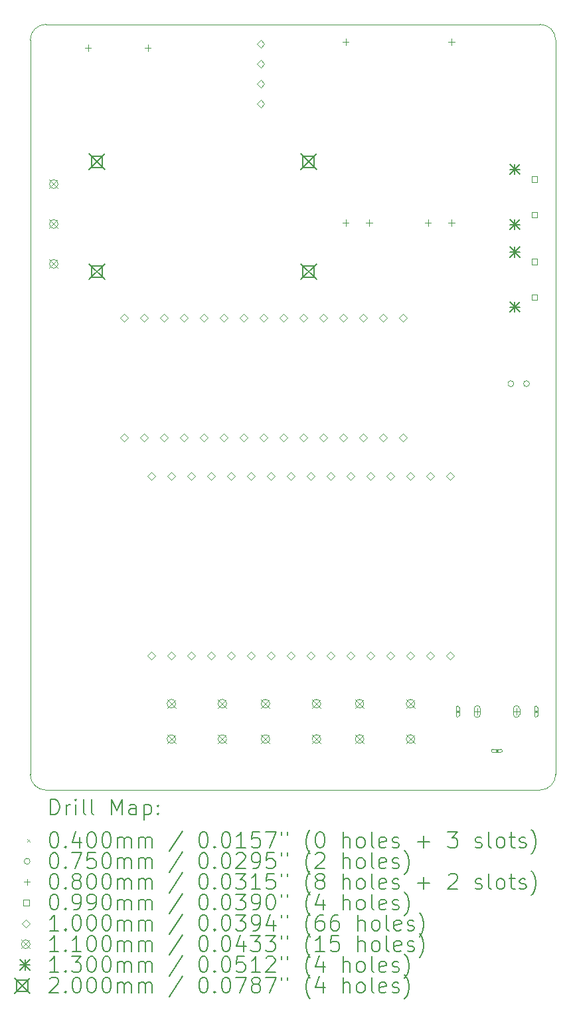
<source format=gbr>
%TF.GenerationSoftware,KiCad,Pcbnew,9.0.0*%
%TF.CreationDate,2025-04-29T20:47:37-04:00*%
%TF.ProjectId,mp3_player,6d70335f-706c-4617-9965-722e6b696361,rev?*%
%TF.SameCoordinates,Original*%
%TF.FileFunction,Drillmap*%
%TF.FilePolarity,Positive*%
%FSLAX45Y45*%
G04 Gerber Fmt 4.5, Leading zero omitted, Abs format (unit mm)*
G04 Created by KiCad (PCBNEW 9.0.0) date 2025-04-29 20:47:37*
%MOMM*%
%LPD*%
G01*
G04 APERTURE LIST*
%ADD10C,0.050000*%
%ADD11C,0.200000*%
%ADD12C,0.100000*%
%ADD13C,0.110000*%
%ADD14C,0.130000*%
G04 APERTURE END LIST*
D10*
X10672438Y-5179300D02*
G75*
G02*
X10872438Y-4979298I200003J0D01*
G01*
X10872438Y-14729300D02*
G75*
G02*
X10672440Y-14529300I3J200000D01*
G01*
X17172438Y-4979300D02*
G75*
G02*
X17372440Y-5179300I3J-200000D01*
G01*
X17372438Y-14529300D02*
G75*
G02*
X17172438Y-14729297I-199998J0D01*
G01*
X10672438Y-14529300D02*
X10672438Y-5179300D01*
X10872438Y-4979300D02*
X17172438Y-4979300D01*
X17172438Y-14729300D02*
X10872438Y-14729300D01*
X17372438Y-5179300D02*
X17372438Y-14529300D01*
D11*
D12*
X16102437Y-13709300D02*
X16142437Y-13749300D01*
X16142437Y-13709300D02*
X16102437Y-13749300D01*
X16102437Y-13679300D02*
X16102437Y-13779300D01*
X16142437Y-13779300D02*
G75*
G02*
X16102437Y-13779300I-20000J0D01*
G01*
X16142437Y-13779300D02*
X16142437Y-13679300D01*
X16142437Y-13679300D02*
G75*
G03*
X16102437Y-13679300I-20000J0D01*
G01*
X16602437Y-14209300D02*
X16642437Y-14249300D01*
X16642437Y-14209300D02*
X16602437Y-14249300D01*
X16572437Y-14249300D02*
X16672437Y-14249300D01*
X16672437Y-14209300D02*
G75*
G02*
X16672437Y-14249300I0J-20000D01*
G01*
X16672437Y-14209300D02*
X16572437Y-14209300D01*
X16572437Y-14209300D02*
G75*
G03*
X16572437Y-14249300I0J-20000D01*
G01*
X17102438Y-13709300D02*
X17142438Y-13749300D01*
X17142438Y-13709300D02*
X17102438Y-13749300D01*
X17142438Y-13779300D02*
X17142438Y-13679300D01*
X17102438Y-13679300D02*
G75*
G02*
X17142438Y-13679300I20000J0D01*
G01*
X17102438Y-13679300D02*
X17102438Y-13779300D01*
X17102438Y-13779300D02*
G75*
G03*
X17142438Y-13779300I20000J0D01*
G01*
X16837500Y-9555000D02*
G75*
G02*
X16762500Y-9555000I-37500J0D01*
G01*
X16762500Y-9555000D02*
G75*
G02*
X16837500Y-9555000I37500J0D01*
G01*
X17037500Y-9555000D02*
G75*
G02*
X16962500Y-9555000I-37500J0D01*
G01*
X16962500Y-9555000D02*
G75*
G02*
X17037500Y-9555000I37500J0D01*
G01*
X11410437Y-5239300D02*
X11410437Y-5319300D01*
X11370437Y-5279300D02*
X11450437Y-5279300D01*
X12172437Y-5239300D02*
X12172437Y-5319300D01*
X12132437Y-5279300D02*
X12212437Y-5279300D01*
X14694937Y-5164300D02*
X14694937Y-5244300D01*
X14654937Y-5204300D02*
X14734937Y-5204300D01*
X14694937Y-7464300D02*
X14694937Y-7544300D01*
X14654937Y-7504300D02*
X14734937Y-7504300D01*
X14994937Y-7464300D02*
X14994937Y-7544300D01*
X14954937Y-7504300D02*
X15034937Y-7504300D01*
X15744937Y-7464300D02*
X15744937Y-7544300D01*
X15704937Y-7504300D02*
X15784937Y-7504300D01*
X16044937Y-5164300D02*
X16044937Y-5244300D01*
X16004937Y-5204300D02*
X16084937Y-5204300D01*
X16044937Y-7464300D02*
X16044937Y-7544300D01*
X16004937Y-7504300D02*
X16084937Y-7504300D01*
X16372437Y-13689300D02*
X16372437Y-13769300D01*
X16332437Y-13729300D02*
X16412437Y-13729300D01*
X16332437Y-13694300D02*
X16332437Y-13764300D01*
X16412437Y-13764300D02*
G75*
G02*
X16332437Y-13764300I-40000J0D01*
G01*
X16412437Y-13764300D02*
X16412437Y-13694300D01*
X16412437Y-13694300D02*
G75*
G03*
X16332437Y-13694300I-40000J0D01*
G01*
X16872438Y-13689300D02*
X16872438Y-13769300D01*
X16832438Y-13729300D02*
X16912438Y-13729300D01*
X16912438Y-13764300D02*
X16912438Y-13694300D01*
X16832438Y-13694300D02*
G75*
G02*
X16912438Y-13694300I40000J0D01*
G01*
X16832438Y-13694300D02*
X16832438Y-13764300D01*
X16832438Y-13764300D02*
G75*
G03*
X16912438Y-13764300I40000J0D01*
G01*
X17136190Y-6986802D02*
X17136190Y-6916798D01*
X17066185Y-6916798D01*
X17066185Y-6986802D01*
X17136190Y-6986802D01*
X17136190Y-7436802D02*
X17136190Y-7366798D01*
X17066185Y-7366798D01*
X17066185Y-7436802D01*
X17136190Y-7436802D01*
X17136190Y-8036802D02*
X17136190Y-7966798D01*
X17066185Y-7966798D01*
X17066185Y-8036802D01*
X17136190Y-8036802D01*
X17136190Y-8486802D02*
X17136190Y-8416798D01*
X17066185Y-8416798D01*
X17066185Y-8486802D01*
X17136190Y-8486802D01*
X11867437Y-8766300D02*
X11917437Y-8716300D01*
X11867437Y-8666300D01*
X11817437Y-8716300D01*
X11867437Y-8766300D01*
X11867437Y-10290300D02*
X11917437Y-10240300D01*
X11867437Y-10190300D01*
X11817437Y-10240300D01*
X11867437Y-10290300D01*
X12121437Y-8766300D02*
X12171437Y-8716300D01*
X12121437Y-8666300D01*
X12071437Y-8716300D01*
X12121437Y-8766300D01*
X12121437Y-10290300D02*
X12171437Y-10240300D01*
X12121437Y-10190300D01*
X12071437Y-10240300D01*
X12121437Y-10290300D01*
X12220437Y-10779300D02*
X12270437Y-10729300D01*
X12220437Y-10679300D01*
X12170437Y-10729300D01*
X12220437Y-10779300D01*
X12220437Y-13065300D02*
X12270437Y-13015300D01*
X12220437Y-12965300D01*
X12170437Y-13015300D01*
X12220437Y-13065300D01*
X12375437Y-8766300D02*
X12425437Y-8716300D01*
X12375437Y-8666300D01*
X12325437Y-8716300D01*
X12375437Y-8766300D01*
X12375437Y-10290300D02*
X12425437Y-10240300D01*
X12375437Y-10190300D01*
X12325437Y-10240300D01*
X12375437Y-10290300D01*
X12474437Y-10779300D02*
X12524437Y-10729300D01*
X12474437Y-10679300D01*
X12424437Y-10729300D01*
X12474437Y-10779300D01*
X12474437Y-13065300D02*
X12524437Y-13015300D01*
X12474437Y-12965300D01*
X12424437Y-13015300D01*
X12474437Y-13065300D01*
X12629437Y-8766300D02*
X12679437Y-8716300D01*
X12629437Y-8666300D01*
X12579437Y-8716300D01*
X12629437Y-8766300D01*
X12629437Y-10290300D02*
X12679437Y-10240300D01*
X12629437Y-10190300D01*
X12579437Y-10240300D01*
X12629437Y-10290300D01*
X12728437Y-10779300D02*
X12778437Y-10729300D01*
X12728437Y-10679300D01*
X12678437Y-10729300D01*
X12728437Y-10779300D01*
X12728437Y-13065300D02*
X12778437Y-13015300D01*
X12728437Y-12965300D01*
X12678437Y-13015300D01*
X12728437Y-13065300D01*
X12883437Y-8766300D02*
X12933437Y-8716300D01*
X12883437Y-8666300D01*
X12833437Y-8716300D01*
X12883437Y-8766300D01*
X12883437Y-10290300D02*
X12933437Y-10240300D01*
X12883437Y-10190300D01*
X12833437Y-10240300D01*
X12883437Y-10290300D01*
X12982437Y-10779300D02*
X13032437Y-10729300D01*
X12982437Y-10679300D01*
X12932437Y-10729300D01*
X12982437Y-10779300D01*
X12982437Y-13065300D02*
X13032437Y-13015300D01*
X12982437Y-12965300D01*
X12932437Y-13015300D01*
X12982437Y-13065300D01*
X13137437Y-8766300D02*
X13187437Y-8716300D01*
X13137437Y-8666300D01*
X13087437Y-8716300D01*
X13137437Y-8766300D01*
X13137437Y-10290300D02*
X13187437Y-10240300D01*
X13137437Y-10190300D01*
X13087437Y-10240300D01*
X13137437Y-10290300D01*
X13236437Y-10779300D02*
X13286437Y-10729300D01*
X13236437Y-10679300D01*
X13186437Y-10729300D01*
X13236437Y-10779300D01*
X13236437Y-13065300D02*
X13286437Y-13015300D01*
X13236437Y-12965300D01*
X13186437Y-13015300D01*
X13236437Y-13065300D01*
X13391437Y-8766300D02*
X13441437Y-8716300D01*
X13391437Y-8666300D01*
X13341437Y-8716300D01*
X13391437Y-8766300D01*
X13391437Y-10290300D02*
X13441437Y-10240300D01*
X13391437Y-10190300D01*
X13341437Y-10240300D01*
X13391437Y-10290300D01*
X13490437Y-10779300D02*
X13540437Y-10729300D01*
X13490437Y-10679300D01*
X13440437Y-10729300D01*
X13490437Y-10779300D01*
X13490437Y-13065300D02*
X13540437Y-13015300D01*
X13490437Y-12965300D01*
X13440437Y-13015300D01*
X13490437Y-13065300D01*
X13610937Y-5275300D02*
X13660937Y-5225300D01*
X13610937Y-5175300D01*
X13560937Y-5225300D01*
X13610937Y-5275300D01*
X13610937Y-5529300D02*
X13660937Y-5479300D01*
X13610937Y-5429300D01*
X13560937Y-5479300D01*
X13610937Y-5529300D01*
X13610937Y-5783300D02*
X13660937Y-5733300D01*
X13610937Y-5683300D01*
X13560937Y-5733300D01*
X13610937Y-5783300D01*
X13610937Y-6037300D02*
X13660937Y-5987300D01*
X13610937Y-5937300D01*
X13560937Y-5987300D01*
X13610937Y-6037300D01*
X13645437Y-8766300D02*
X13695437Y-8716300D01*
X13645437Y-8666300D01*
X13595437Y-8716300D01*
X13645437Y-8766300D01*
X13645437Y-10290300D02*
X13695437Y-10240300D01*
X13645437Y-10190300D01*
X13595437Y-10240300D01*
X13645437Y-10290300D01*
X13744437Y-10779300D02*
X13794437Y-10729300D01*
X13744437Y-10679300D01*
X13694437Y-10729300D01*
X13744437Y-10779300D01*
X13744437Y-13065300D02*
X13794437Y-13015300D01*
X13744437Y-12965300D01*
X13694437Y-13015300D01*
X13744437Y-13065300D01*
X13899437Y-8766300D02*
X13949437Y-8716300D01*
X13899437Y-8666300D01*
X13849437Y-8716300D01*
X13899437Y-8766300D01*
X13899437Y-10290300D02*
X13949437Y-10240300D01*
X13899437Y-10190300D01*
X13849437Y-10240300D01*
X13899437Y-10290300D01*
X13998437Y-10779300D02*
X14048437Y-10729300D01*
X13998437Y-10679300D01*
X13948437Y-10729300D01*
X13998437Y-10779300D01*
X13998437Y-13065300D02*
X14048437Y-13015300D01*
X13998437Y-12965300D01*
X13948437Y-13015300D01*
X13998437Y-13065300D01*
X14153437Y-8766300D02*
X14203437Y-8716300D01*
X14153437Y-8666300D01*
X14103437Y-8716300D01*
X14153437Y-8766300D01*
X14153437Y-10290300D02*
X14203437Y-10240300D01*
X14153437Y-10190300D01*
X14103437Y-10240300D01*
X14153437Y-10290300D01*
X14252437Y-10779300D02*
X14302437Y-10729300D01*
X14252437Y-10679300D01*
X14202437Y-10729300D01*
X14252437Y-10779300D01*
X14252437Y-13065300D02*
X14302437Y-13015300D01*
X14252437Y-12965300D01*
X14202437Y-13015300D01*
X14252437Y-13065300D01*
X14407437Y-8766300D02*
X14457437Y-8716300D01*
X14407437Y-8666300D01*
X14357437Y-8716300D01*
X14407437Y-8766300D01*
X14407437Y-10290300D02*
X14457437Y-10240300D01*
X14407437Y-10190300D01*
X14357437Y-10240300D01*
X14407437Y-10290300D01*
X14506437Y-10779300D02*
X14556437Y-10729300D01*
X14506437Y-10679300D01*
X14456437Y-10729300D01*
X14506437Y-10779300D01*
X14506437Y-13065300D02*
X14556437Y-13015300D01*
X14506437Y-12965300D01*
X14456437Y-13015300D01*
X14506437Y-13065300D01*
X14661437Y-8766300D02*
X14711437Y-8716300D01*
X14661437Y-8666300D01*
X14611437Y-8716300D01*
X14661437Y-8766300D01*
X14661437Y-10290300D02*
X14711437Y-10240300D01*
X14661437Y-10190300D01*
X14611437Y-10240300D01*
X14661437Y-10290300D01*
X14760437Y-10779300D02*
X14810437Y-10729300D01*
X14760437Y-10679300D01*
X14710437Y-10729300D01*
X14760437Y-10779300D01*
X14760437Y-13065300D02*
X14810437Y-13015300D01*
X14760437Y-12965300D01*
X14710437Y-13015300D01*
X14760437Y-13065300D01*
X14915437Y-8766300D02*
X14965437Y-8716300D01*
X14915437Y-8666300D01*
X14865437Y-8716300D01*
X14915437Y-8766300D01*
X14915437Y-10290300D02*
X14965437Y-10240300D01*
X14915437Y-10190300D01*
X14865437Y-10240300D01*
X14915437Y-10290300D01*
X15014437Y-10779300D02*
X15064437Y-10729300D01*
X15014437Y-10679300D01*
X14964437Y-10729300D01*
X15014437Y-10779300D01*
X15014437Y-13065300D02*
X15064437Y-13015300D01*
X15014437Y-12965300D01*
X14964437Y-13015300D01*
X15014437Y-13065300D01*
X15169437Y-8766300D02*
X15219437Y-8716300D01*
X15169437Y-8666300D01*
X15119437Y-8716300D01*
X15169437Y-8766300D01*
X15169437Y-10290300D02*
X15219437Y-10240300D01*
X15169437Y-10190300D01*
X15119437Y-10240300D01*
X15169437Y-10290300D01*
X15268437Y-10779300D02*
X15318437Y-10729300D01*
X15268437Y-10679300D01*
X15218437Y-10729300D01*
X15268437Y-10779300D01*
X15268437Y-13065300D02*
X15318437Y-13015300D01*
X15268437Y-12965300D01*
X15218437Y-13015300D01*
X15268437Y-13065300D01*
X15423437Y-8766300D02*
X15473437Y-8716300D01*
X15423437Y-8666300D01*
X15373437Y-8716300D01*
X15423437Y-8766300D01*
X15423437Y-10290300D02*
X15473437Y-10240300D01*
X15423437Y-10190300D01*
X15373437Y-10240300D01*
X15423437Y-10290300D01*
X15522437Y-10779300D02*
X15572437Y-10729300D01*
X15522437Y-10679300D01*
X15472437Y-10729300D01*
X15522437Y-10779300D01*
X15522437Y-13065300D02*
X15572437Y-13015300D01*
X15522437Y-12965300D01*
X15472437Y-13015300D01*
X15522437Y-13065300D01*
X15776437Y-10779300D02*
X15826437Y-10729300D01*
X15776437Y-10679300D01*
X15726437Y-10729300D01*
X15776437Y-10779300D01*
X15776437Y-13065300D02*
X15826437Y-13015300D01*
X15776437Y-12965300D01*
X15726437Y-13015300D01*
X15776437Y-13065300D01*
X16030437Y-10779300D02*
X16080437Y-10729300D01*
X16030437Y-10679300D01*
X15980437Y-10729300D01*
X16030437Y-10779300D01*
X16030437Y-13065300D02*
X16080437Y-13015300D01*
X16030437Y-12965300D01*
X15980437Y-13015300D01*
X16030437Y-13065300D01*
D13*
X10917438Y-6958300D02*
X11027438Y-7068300D01*
X11027438Y-6958300D02*
X10917438Y-7068300D01*
X11027438Y-7013300D02*
G75*
G02*
X10917438Y-7013300I-55000J0D01*
G01*
X10917438Y-7013300D02*
G75*
G02*
X11027438Y-7013300I55000J0D01*
G01*
X10917438Y-7466300D02*
X11027438Y-7576300D01*
X11027438Y-7466300D02*
X10917438Y-7576300D01*
X11027438Y-7521300D02*
G75*
G02*
X10917438Y-7521300I-55000J0D01*
G01*
X10917438Y-7521300D02*
G75*
G02*
X11027438Y-7521300I55000J0D01*
G01*
X10917438Y-7974300D02*
X11027438Y-8084300D01*
X11027438Y-7974300D02*
X10917438Y-8084300D01*
X11027438Y-8029300D02*
G75*
G02*
X10917438Y-8029300I-55000J0D01*
G01*
X10917438Y-8029300D02*
G75*
G02*
X11027438Y-8029300I55000J0D01*
G01*
X12417437Y-13574300D02*
X12527437Y-13684300D01*
X12527437Y-13574300D02*
X12417437Y-13684300D01*
X12527437Y-13629300D02*
G75*
G02*
X12417437Y-13629300I-55000J0D01*
G01*
X12417437Y-13629300D02*
G75*
G02*
X12527437Y-13629300I55000J0D01*
G01*
X12417437Y-14024300D02*
X12527437Y-14134300D01*
X12527437Y-14024300D02*
X12417437Y-14134300D01*
X12527437Y-14079300D02*
G75*
G02*
X12417437Y-14079300I-55000J0D01*
G01*
X12417437Y-14079300D02*
G75*
G02*
X12527437Y-14079300I55000J0D01*
G01*
X13067437Y-13574300D02*
X13177437Y-13684300D01*
X13177437Y-13574300D02*
X13067437Y-13684300D01*
X13177437Y-13629300D02*
G75*
G02*
X13067437Y-13629300I-55000J0D01*
G01*
X13067437Y-13629300D02*
G75*
G02*
X13177437Y-13629300I55000J0D01*
G01*
X13067437Y-14024300D02*
X13177437Y-14134300D01*
X13177437Y-14024300D02*
X13067437Y-14134300D01*
X13177437Y-14079300D02*
G75*
G02*
X13067437Y-14079300I-55000J0D01*
G01*
X13067437Y-14079300D02*
G75*
G02*
X13177437Y-14079300I55000J0D01*
G01*
X13617437Y-13574300D02*
X13727437Y-13684300D01*
X13727437Y-13574300D02*
X13617437Y-13684300D01*
X13727437Y-13629300D02*
G75*
G02*
X13617437Y-13629300I-55000J0D01*
G01*
X13617437Y-13629300D02*
G75*
G02*
X13727437Y-13629300I55000J0D01*
G01*
X13617437Y-14024300D02*
X13727437Y-14134300D01*
X13727437Y-14024300D02*
X13617437Y-14134300D01*
X13727437Y-14079300D02*
G75*
G02*
X13617437Y-14079300I-55000J0D01*
G01*
X13617437Y-14079300D02*
G75*
G02*
X13727437Y-14079300I55000J0D01*
G01*
X14267437Y-13574300D02*
X14377437Y-13684300D01*
X14377437Y-13574300D02*
X14267437Y-13684300D01*
X14377437Y-13629300D02*
G75*
G02*
X14267437Y-13629300I-55000J0D01*
G01*
X14267437Y-13629300D02*
G75*
G02*
X14377437Y-13629300I55000J0D01*
G01*
X14267437Y-14024300D02*
X14377437Y-14134300D01*
X14377437Y-14024300D02*
X14267437Y-14134300D01*
X14377437Y-14079300D02*
G75*
G02*
X14267437Y-14079300I-55000J0D01*
G01*
X14267437Y-14079300D02*
G75*
G02*
X14377437Y-14079300I55000J0D01*
G01*
X14817437Y-13574300D02*
X14927437Y-13684300D01*
X14927437Y-13574300D02*
X14817437Y-13684300D01*
X14927437Y-13629300D02*
G75*
G02*
X14817437Y-13629300I-55000J0D01*
G01*
X14817437Y-13629300D02*
G75*
G02*
X14927437Y-13629300I55000J0D01*
G01*
X14817437Y-14024300D02*
X14927437Y-14134300D01*
X14927437Y-14024300D02*
X14817437Y-14134300D01*
X14927437Y-14079300D02*
G75*
G02*
X14817437Y-14079300I-55000J0D01*
G01*
X14817437Y-14079300D02*
G75*
G02*
X14927437Y-14079300I55000J0D01*
G01*
X15467437Y-13574300D02*
X15577437Y-13684300D01*
X15577437Y-13574300D02*
X15467437Y-13684300D01*
X15577437Y-13629300D02*
G75*
G02*
X15467437Y-13629300I-55000J0D01*
G01*
X15467437Y-13629300D02*
G75*
G02*
X15577437Y-13629300I55000J0D01*
G01*
X15467437Y-14024300D02*
X15577437Y-14134300D01*
X15577437Y-14024300D02*
X15467437Y-14134300D01*
X15577437Y-14079300D02*
G75*
G02*
X15467437Y-14079300I-55000J0D01*
G01*
X15467437Y-14079300D02*
G75*
G02*
X15577437Y-14079300I55000J0D01*
G01*
D14*
X16787188Y-6761800D02*
X16917188Y-6891800D01*
X16917188Y-6761800D02*
X16787188Y-6891800D01*
X16852188Y-6761800D02*
X16852188Y-6891800D01*
X16787188Y-6826800D02*
X16917188Y-6826800D01*
X16787188Y-7462800D02*
X16917188Y-7592800D01*
X16917188Y-7462800D02*
X16787188Y-7592800D01*
X16852188Y-7462800D02*
X16852188Y-7592800D01*
X16787188Y-7527800D02*
X16917188Y-7527800D01*
X16787188Y-7811800D02*
X16917188Y-7941800D01*
X16917188Y-7811800D02*
X16787188Y-7941800D01*
X16852188Y-7811800D02*
X16852188Y-7941800D01*
X16787188Y-7876800D02*
X16917188Y-7876800D01*
X16787188Y-8512800D02*
X16917188Y-8642800D01*
X16917188Y-8512800D02*
X16787188Y-8642800D01*
X16852188Y-8512800D02*
X16852188Y-8642800D01*
X16787188Y-8577800D02*
X16917188Y-8577800D01*
D11*
X11422437Y-6629300D02*
X11622437Y-6829300D01*
X11622437Y-6629300D02*
X11422437Y-6829300D01*
X11593149Y-6800011D02*
X11593149Y-6658589D01*
X11451726Y-6658589D01*
X11451726Y-6800011D01*
X11593149Y-6800011D01*
X11422437Y-8029300D02*
X11622437Y-8229300D01*
X11622437Y-8029300D02*
X11422437Y-8229300D01*
X11593149Y-8200011D02*
X11593149Y-8058589D01*
X11451726Y-8058589D01*
X11451726Y-8200011D01*
X11593149Y-8200011D01*
X14122437Y-6629300D02*
X14322437Y-6829300D01*
X14322437Y-6629300D02*
X14122437Y-6829300D01*
X14293149Y-6800011D02*
X14293149Y-6658589D01*
X14151726Y-6658589D01*
X14151726Y-6800011D01*
X14293149Y-6800011D01*
X14122437Y-8029300D02*
X14322437Y-8229300D01*
X14322437Y-8029300D02*
X14122437Y-8229300D01*
X14293149Y-8200011D02*
X14293149Y-8058589D01*
X14151726Y-8058589D01*
X14151726Y-8200011D01*
X14293149Y-8200011D01*
X10930714Y-15043284D02*
X10930714Y-14843284D01*
X10930714Y-14843284D02*
X10978333Y-14843284D01*
X10978333Y-14843284D02*
X11006905Y-14852808D01*
X11006905Y-14852808D02*
X11025952Y-14871855D01*
X11025952Y-14871855D02*
X11035476Y-14890903D01*
X11035476Y-14890903D02*
X11045000Y-14928998D01*
X11045000Y-14928998D02*
X11045000Y-14957569D01*
X11045000Y-14957569D02*
X11035476Y-14995665D01*
X11035476Y-14995665D02*
X11025952Y-15014712D01*
X11025952Y-15014712D02*
X11006905Y-15033760D01*
X11006905Y-15033760D02*
X10978333Y-15043284D01*
X10978333Y-15043284D02*
X10930714Y-15043284D01*
X11130714Y-15043284D02*
X11130714Y-14909950D01*
X11130714Y-14948046D02*
X11140238Y-14928998D01*
X11140238Y-14928998D02*
X11149762Y-14919474D01*
X11149762Y-14919474D02*
X11168810Y-14909950D01*
X11168810Y-14909950D02*
X11187857Y-14909950D01*
X11254524Y-15043284D02*
X11254524Y-14909950D01*
X11254524Y-14843284D02*
X11245000Y-14852808D01*
X11245000Y-14852808D02*
X11254524Y-14862331D01*
X11254524Y-14862331D02*
X11264048Y-14852808D01*
X11264048Y-14852808D02*
X11254524Y-14843284D01*
X11254524Y-14843284D02*
X11254524Y-14862331D01*
X11378333Y-15043284D02*
X11359286Y-15033760D01*
X11359286Y-15033760D02*
X11349762Y-15014712D01*
X11349762Y-15014712D02*
X11349762Y-14843284D01*
X11483095Y-15043284D02*
X11464048Y-15033760D01*
X11464048Y-15033760D02*
X11454524Y-15014712D01*
X11454524Y-15014712D02*
X11454524Y-14843284D01*
X11711667Y-15043284D02*
X11711667Y-14843284D01*
X11711667Y-14843284D02*
X11778333Y-14986141D01*
X11778333Y-14986141D02*
X11845000Y-14843284D01*
X11845000Y-14843284D02*
X11845000Y-15043284D01*
X12025952Y-15043284D02*
X12025952Y-14938522D01*
X12025952Y-14938522D02*
X12016429Y-14919474D01*
X12016429Y-14919474D02*
X11997381Y-14909950D01*
X11997381Y-14909950D02*
X11959286Y-14909950D01*
X11959286Y-14909950D02*
X11940238Y-14919474D01*
X12025952Y-15033760D02*
X12006905Y-15043284D01*
X12006905Y-15043284D02*
X11959286Y-15043284D01*
X11959286Y-15043284D02*
X11940238Y-15033760D01*
X11940238Y-15033760D02*
X11930714Y-15014712D01*
X11930714Y-15014712D02*
X11930714Y-14995665D01*
X11930714Y-14995665D02*
X11940238Y-14976617D01*
X11940238Y-14976617D02*
X11959286Y-14967093D01*
X11959286Y-14967093D02*
X12006905Y-14967093D01*
X12006905Y-14967093D02*
X12025952Y-14957569D01*
X12121190Y-14909950D02*
X12121190Y-15109950D01*
X12121190Y-14919474D02*
X12140238Y-14909950D01*
X12140238Y-14909950D02*
X12178333Y-14909950D01*
X12178333Y-14909950D02*
X12197381Y-14919474D01*
X12197381Y-14919474D02*
X12206905Y-14928998D01*
X12206905Y-14928998D02*
X12216429Y-14948046D01*
X12216429Y-14948046D02*
X12216429Y-15005188D01*
X12216429Y-15005188D02*
X12206905Y-15024236D01*
X12206905Y-15024236D02*
X12197381Y-15033760D01*
X12197381Y-15033760D02*
X12178333Y-15043284D01*
X12178333Y-15043284D02*
X12140238Y-15043284D01*
X12140238Y-15043284D02*
X12121190Y-15033760D01*
X12302143Y-15024236D02*
X12311667Y-15033760D01*
X12311667Y-15033760D02*
X12302143Y-15043284D01*
X12302143Y-15043284D02*
X12292619Y-15033760D01*
X12292619Y-15033760D02*
X12302143Y-15024236D01*
X12302143Y-15024236D02*
X12302143Y-15043284D01*
X12302143Y-14919474D02*
X12311667Y-14928998D01*
X12311667Y-14928998D02*
X12302143Y-14938522D01*
X12302143Y-14938522D02*
X12292619Y-14928998D01*
X12292619Y-14928998D02*
X12302143Y-14919474D01*
X12302143Y-14919474D02*
X12302143Y-14938522D01*
D12*
X10629938Y-15351800D02*
X10669938Y-15391800D01*
X10669938Y-15351800D02*
X10629938Y-15391800D01*
D11*
X10968810Y-15263284D02*
X10987857Y-15263284D01*
X10987857Y-15263284D02*
X11006905Y-15272808D01*
X11006905Y-15272808D02*
X11016429Y-15282331D01*
X11016429Y-15282331D02*
X11025952Y-15301379D01*
X11025952Y-15301379D02*
X11035476Y-15339474D01*
X11035476Y-15339474D02*
X11035476Y-15387093D01*
X11035476Y-15387093D02*
X11025952Y-15425188D01*
X11025952Y-15425188D02*
X11016429Y-15444236D01*
X11016429Y-15444236D02*
X11006905Y-15453760D01*
X11006905Y-15453760D02*
X10987857Y-15463284D01*
X10987857Y-15463284D02*
X10968810Y-15463284D01*
X10968810Y-15463284D02*
X10949762Y-15453760D01*
X10949762Y-15453760D02*
X10940238Y-15444236D01*
X10940238Y-15444236D02*
X10930714Y-15425188D01*
X10930714Y-15425188D02*
X10921191Y-15387093D01*
X10921191Y-15387093D02*
X10921191Y-15339474D01*
X10921191Y-15339474D02*
X10930714Y-15301379D01*
X10930714Y-15301379D02*
X10940238Y-15282331D01*
X10940238Y-15282331D02*
X10949762Y-15272808D01*
X10949762Y-15272808D02*
X10968810Y-15263284D01*
X11121191Y-15444236D02*
X11130714Y-15453760D01*
X11130714Y-15453760D02*
X11121191Y-15463284D01*
X11121191Y-15463284D02*
X11111667Y-15453760D01*
X11111667Y-15453760D02*
X11121191Y-15444236D01*
X11121191Y-15444236D02*
X11121191Y-15463284D01*
X11302143Y-15329950D02*
X11302143Y-15463284D01*
X11254524Y-15253760D02*
X11206905Y-15396617D01*
X11206905Y-15396617D02*
X11330714Y-15396617D01*
X11445000Y-15263284D02*
X11464048Y-15263284D01*
X11464048Y-15263284D02*
X11483095Y-15272808D01*
X11483095Y-15272808D02*
X11492619Y-15282331D01*
X11492619Y-15282331D02*
X11502143Y-15301379D01*
X11502143Y-15301379D02*
X11511667Y-15339474D01*
X11511667Y-15339474D02*
X11511667Y-15387093D01*
X11511667Y-15387093D02*
X11502143Y-15425188D01*
X11502143Y-15425188D02*
X11492619Y-15444236D01*
X11492619Y-15444236D02*
X11483095Y-15453760D01*
X11483095Y-15453760D02*
X11464048Y-15463284D01*
X11464048Y-15463284D02*
X11445000Y-15463284D01*
X11445000Y-15463284D02*
X11425952Y-15453760D01*
X11425952Y-15453760D02*
X11416429Y-15444236D01*
X11416429Y-15444236D02*
X11406905Y-15425188D01*
X11406905Y-15425188D02*
X11397381Y-15387093D01*
X11397381Y-15387093D02*
X11397381Y-15339474D01*
X11397381Y-15339474D02*
X11406905Y-15301379D01*
X11406905Y-15301379D02*
X11416429Y-15282331D01*
X11416429Y-15282331D02*
X11425952Y-15272808D01*
X11425952Y-15272808D02*
X11445000Y-15263284D01*
X11635476Y-15263284D02*
X11654524Y-15263284D01*
X11654524Y-15263284D02*
X11673571Y-15272808D01*
X11673571Y-15272808D02*
X11683095Y-15282331D01*
X11683095Y-15282331D02*
X11692619Y-15301379D01*
X11692619Y-15301379D02*
X11702143Y-15339474D01*
X11702143Y-15339474D02*
X11702143Y-15387093D01*
X11702143Y-15387093D02*
X11692619Y-15425188D01*
X11692619Y-15425188D02*
X11683095Y-15444236D01*
X11683095Y-15444236D02*
X11673571Y-15453760D01*
X11673571Y-15453760D02*
X11654524Y-15463284D01*
X11654524Y-15463284D02*
X11635476Y-15463284D01*
X11635476Y-15463284D02*
X11616429Y-15453760D01*
X11616429Y-15453760D02*
X11606905Y-15444236D01*
X11606905Y-15444236D02*
X11597381Y-15425188D01*
X11597381Y-15425188D02*
X11587857Y-15387093D01*
X11587857Y-15387093D02*
X11587857Y-15339474D01*
X11587857Y-15339474D02*
X11597381Y-15301379D01*
X11597381Y-15301379D02*
X11606905Y-15282331D01*
X11606905Y-15282331D02*
X11616429Y-15272808D01*
X11616429Y-15272808D02*
X11635476Y-15263284D01*
X11787857Y-15463284D02*
X11787857Y-15329950D01*
X11787857Y-15348998D02*
X11797381Y-15339474D01*
X11797381Y-15339474D02*
X11816429Y-15329950D01*
X11816429Y-15329950D02*
X11845000Y-15329950D01*
X11845000Y-15329950D02*
X11864048Y-15339474D01*
X11864048Y-15339474D02*
X11873571Y-15358522D01*
X11873571Y-15358522D02*
X11873571Y-15463284D01*
X11873571Y-15358522D02*
X11883095Y-15339474D01*
X11883095Y-15339474D02*
X11902143Y-15329950D01*
X11902143Y-15329950D02*
X11930714Y-15329950D01*
X11930714Y-15329950D02*
X11949762Y-15339474D01*
X11949762Y-15339474D02*
X11959286Y-15358522D01*
X11959286Y-15358522D02*
X11959286Y-15463284D01*
X12054524Y-15463284D02*
X12054524Y-15329950D01*
X12054524Y-15348998D02*
X12064048Y-15339474D01*
X12064048Y-15339474D02*
X12083095Y-15329950D01*
X12083095Y-15329950D02*
X12111667Y-15329950D01*
X12111667Y-15329950D02*
X12130714Y-15339474D01*
X12130714Y-15339474D02*
X12140238Y-15358522D01*
X12140238Y-15358522D02*
X12140238Y-15463284D01*
X12140238Y-15358522D02*
X12149762Y-15339474D01*
X12149762Y-15339474D02*
X12168810Y-15329950D01*
X12168810Y-15329950D02*
X12197381Y-15329950D01*
X12197381Y-15329950D02*
X12216429Y-15339474D01*
X12216429Y-15339474D02*
X12225952Y-15358522D01*
X12225952Y-15358522D02*
X12225952Y-15463284D01*
X12616429Y-15253760D02*
X12445000Y-15510903D01*
X12873572Y-15263284D02*
X12892619Y-15263284D01*
X12892619Y-15263284D02*
X12911667Y-15272808D01*
X12911667Y-15272808D02*
X12921191Y-15282331D01*
X12921191Y-15282331D02*
X12930714Y-15301379D01*
X12930714Y-15301379D02*
X12940238Y-15339474D01*
X12940238Y-15339474D02*
X12940238Y-15387093D01*
X12940238Y-15387093D02*
X12930714Y-15425188D01*
X12930714Y-15425188D02*
X12921191Y-15444236D01*
X12921191Y-15444236D02*
X12911667Y-15453760D01*
X12911667Y-15453760D02*
X12892619Y-15463284D01*
X12892619Y-15463284D02*
X12873572Y-15463284D01*
X12873572Y-15463284D02*
X12854524Y-15453760D01*
X12854524Y-15453760D02*
X12845000Y-15444236D01*
X12845000Y-15444236D02*
X12835476Y-15425188D01*
X12835476Y-15425188D02*
X12825953Y-15387093D01*
X12825953Y-15387093D02*
X12825953Y-15339474D01*
X12825953Y-15339474D02*
X12835476Y-15301379D01*
X12835476Y-15301379D02*
X12845000Y-15282331D01*
X12845000Y-15282331D02*
X12854524Y-15272808D01*
X12854524Y-15272808D02*
X12873572Y-15263284D01*
X13025953Y-15444236D02*
X13035476Y-15453760D01*
X13035476Y-15453760D02*
X13025953Y-15463284D01*
X13025953Y-15463284D02*
X13016429Y-15453760D01*
X13016429Y-15453760D02*
X13025953Y-15444236D01*
X13025953Y-15444236D02*
X13025953Y-15463284D01*
X13159286Y-15263284D02*
X13178334Y-15263284D01*
X13178334Y-15263284D02*
X13197381Y-15272808D01*
X13197381Y-15272808D02*
X13206905Y-15282331D01*
X13206905Y-15282331D02*
X13216429Y-15301379D01*
X13216429Y-15301379D02*
X13225953Y-15339474D01*
X13225953Y-15339474D02*
X13225953Y-15387093D01*
X13225953Y-15387093D02*
X13216429Y-15425188D01*
X13216429Y-15425188D02*
X13206905Y-15444236D01*
X13206905Y-15444236D02*
X13197381Y-15453760D01*
X13197381Y-15453760D02*
X13178334Y-15463284D01*
X13178334Y-15463284D02*
X13159286Y-15463284D01*
X13159286Y-15463284D02*
X13140238Y-15453760D01*
X13140238Y-15453760D02*
X13130714Y-15444236D01*
X13130714Y-15444236D02*
X13121191Y-15425188D01*
X13121191Y-15425188D02*
X13111667Y-15387093D01*
X13111667Y-15387093D02*
X13111667Y-15339474D01*
X13111667Y-15339474D02*
X13121191Y-15301379D01*
X13121191Y-15301379D02*
X13130714Y-15282331D01*
X13130714Y-15282331D02*
X13140238Y-15272808D01*
X13140238Y-15272808D02*
X13159286Y-15263284D01*
X13416429Y-15463284D02*
X13302143Y-15463284D01*
X13359286Y-15463284D02*
X13359286Y-15263284D01*
X13359286Y-15263284D02*
X13340238Y-15291855D01*
X13340238Y-15291855D02*
X13321191Y-15310903D01*
X13321191Y-15310903D02*
X13302143Y-15320427D01*
X13597381Y-15263284D02*
X13502143Y-15263284D01*
X13502143Y-15263284D02*
X13492619Y-15358522D01*
X13492619Y-15358522D02*
X13502143Y-15348998D01*
X13502143Y-15348998D02*
X13521191Y-15339474D01*
X13521191Y-15339474D02*
X13568810Y-15339474D01*
X13568810Y-15339474D02*
X13587857Y-15348998D01*
X13587857Y-15348998D02*
X13597381Y-15358522D01*
X13597381Y-15358522D02*
X13606905Y-15377569D01*
X13606905Y-15377569D02*
X13606905Y-15425188D01*
X13606905Y-15425188D02*
X13597381Y-15444236D01*
X13597381Y-15444236D02*
X13587857Y-15453760D01*
X13587857Y-15453760D02*
X13568810Y-15463284D01*
X13568810Y-15463284D02*
X13521191Y-15463284D01*
X13521191Y-15463284D02*
X13502143Y-15453760D01*
X13502143Y-15453760D02*
X13492619Y-15444236D01*
X13673572Y-15263284D02*
X13806905Y-15263284D01*
X13806905Y-15263284D02*
X13721191Y-15463284D01*
X13873572Y-15263284D02*
X13873572Y-15301379D01*
X13949762Y-15263284D02*
X13949762Y-15301379D01*
X14245000Y-15539474D02*
X14235476Y-15529950D01*
X14235476Y-15529950D02*
X14216429Y-15501379D01*
X14216429Y-15501379D02*
X14206905Y-15482331D01*
X14206905Y-15482331D02*
X14197381Y-15453760D01*
X14197381Y-15453760D02*
X14187857Y-15406141D01*
X14187857Y-15406141D02*
X14187857Y-15368046D01*
X14187857Y-15368046D02*
X14197381Y-15320427D01*
X14197381Y-15320427D02*
X14206905Y-15291855D01*
X14206905Y-15291855D02*
X14216429Y-15272808D01*
X14216429Y-15272808D02*
X14235476Y-15244236D01*
X14235476Y-15244236D02*
X14245000Y-15234712D01*
X14359286Y-15263284D02*
X14378334Y-15263284D01*
X14378334Y-15263284D02*
X14397381Y-15272808D01*
X14397381Y-15272808D02*
X14406905Y-15282331D01*
X14406905Y-15282331D02*
X14416429Y-15301379D01*
X14416429Y-15301379D02*
X14425953Y-15339474D01*
X14425953Y-15339474D02*
X14425953Y-15387093D01*
X14425953Y-15387093D02*
X14416429Y-15425188D01*
X14416429Y-15425188D02*
X14406905Y-15444236D01*
X14406905Y-15444236D02*
X14397381Y-15453760D01*
X14397381Y-15453760D02*
X14378334Y-15463284D01*
X14378334Y-15463284D02*
X14359286Y-15463284D01*
X14359286Y-15463284D02*
X14340238Y-15453760D01*
X14340238Y-15453760D02*
X14330715Y-15444236D01*
X14330715Y-15444236D02*
X14321191Y-15425188D01*
X14321191Y-15425188D02*
X14311667Y-15387093D01*
X14311667Y-15387093D02*
X14311667Y-15339474D01*
X14311667Y-15339474D02*
X14321191Y-15301379D01*
X14321191Y-15301379D02*
X14330715Y-15282331D01*
X14330715Y-15282331D02*
X14340238Y-15272808D01*
X14340238Y-15272808D02*
X14359286Y-15263284D01*
X14664048Y-15463284D02*
X14664048Y-15263284D01*
X14749762Y-15463284D02*
X14749762Y-15358522D01*
X14749762Y-15358522D02*
X14740238Y-15339474D01*
X14740238Y-15339474D02*
X14721191Y-15329950D01*
X14721191Y-15329950D02*
X14692619Y-15329950D01*
X14692619Y-15329950D02*
X14673572Y-15339474D01*
X14673572Y-15339474D02*
X14664048Y-15348998D01*
X14873572Y-15463284D02*
X14854524Y-15453760D01*
X14854524Y-15453760D02*
X14845000Y-15444236D01*
X14845000Y-15444236D02*
X14835477Y-15425188D01*
X14835477Y-15425188D02*
X14835477Y-15368046D01*
X14835477Y-15368046D02*
X14845000Y-15348998D01*
X14845000Y-15348998D02*
X14854524Y-15339474D01*
X14854524Y-15339474D02*
X14873572Y-15329950D01*
X14873572Y-15329950D02*
X14902143Y-15329950D01*
X14902143Y-15329950D02*
X14921191Y-15339474D01*
X14921191Y-15339474D02*
X14930715Y-15348998D01*
X14930715Y-15348998D02*
X14940238Y-15368046D01*
X14940238Y-15368046D02*
X14940238Y-15425188D01*
X14940238Y-15425188D02*
X14930715Y-15444236D01*
X14930715Y-15444236D02*
X14921191Y-15453760D01*
X14921191Y-15453760D02*
X14902143Y-15463284D01*
X14902143Y-15463284D02*
X14873572Y-15463284D01*
X15054524Y-15463284D02*
X15035477Y-15453760D01*
X15035477Y-15453760D02*
X15025953Y-15434712D01*
X15025953Y-15434712D02*
X15025953Y-15263284D01*
X15206905Y-15453760D02*
X15187858Y-15463284D01*
X15187858Y-15463284D02*
X15149762Y-15463284D01*
X15149762Y-15463284D02*
X15130715Y-15453760D01*
X15130715Y-15453760D02*
X15121191Y-15434712D01*
X15121191Y-15434712D02*
X15121191Y-15358522D01*
X15121191Y-15358522D02*
X15130715Y-15339474D01*
X15130715Y-15339474D02*
X15149762Y-15329950D01*
X15149762Y-15329950D02*
X15187858Y-15329950D01*
X15187858Y-15329950D02*
X15206905Y-15339474D01*
X15206905Y-15339474D02*
X15216429Y-15358522D01*
X15216429Y-15358522D02*
X15216429Y-15377569D01*
X15216429Y-15377569D02*
X15121191Y-15396617D01*
X15292619Y-15453760D02*
X15311667Y-15463284D01*
X15311667Y-15463284D02*
X15349762Y-15463284D01*
X15349762Y-15463284D02*
X15368810Y-15453760D01*
X15368810Y-15453760D02*
X15378334Y-15434712D01*
X15378334Y-15434712D02*
X15378334Y-15425188D01*
X15378334Y-15425188D02*
X15368810Y-15406141D01*
X15368810Y-15406141D02*
X15349762Y-15396617D01*
X15349762Y-15396617D02*
X15321191Y-15396617D01*
X15321191Y-15396617D02*
X15302143Y-15387093D01*
X15302143Y-15387093D02*
X15292619Y-15368046D01*
X15292619Y-15368046D02*
X15292619Y-15358522D01*
X15292619Y-15358522D02*
X15302143Y-15339474D01*
X15302143Y-15339474D02*
X15321191Y-15329950D01*
X15321191Y-15329950D02*
X15349762Y-15329950D01*
X15349762Y-15329950D02*
X15368810Y-15339474D01*
X15616429Y-15387093D02*
X15768810Y-15387093D01*
X15692620Y-15463284D02*
X15692620Y-15310903D01*
X15997381Y-15263284D02*
X16121191Y-15263284D01*
X16121191Y-15263284D02*
X16054524Y-15339474D01*
X16054524Y-15339474D02*
X16083096Y-15339474D01*
X16083096Y-15339474D02*
X16102143Y-15348998D01*
X16102143Y-15348998D02*
X16111667Y-15358522D01*
X16111667Y-15358522D02*
X16121191Y-15377569D01*
X16121191Y-15377569D02*
X16121191Y-15425188D01*
X16121191Y-15425188D02*
X16111667Y-15444236D01*
X16111667Y-15444236D02*
X16102143Y-15453760D01*
X16102143Y-15453760D02*
X16083096Y-15463284D01*
X16083096Y-15463284D02*
X16025953Y-15463284D01*
X16025953Y-15463284D02*
X16006905Y-15453760D01*
X16006905Y-15453760D02*
X15997381Y-15444236D01*
X16349762Y-15453760D02*
X16368810Y-15463284D01*
X16368810Y-15463284D02*
X16406905Y-15463284D01*
X16406905Y-15463284D02*
X16425953Y-15453760D01*
X16425953Y-15453760D02*
X16435477Y-15434712D01*
X16435477Y-15434712D02*
X16435477Y-15425188D01*
X16435477Y-15425188D02*
X16425953Y-15406141D01*
X16425953Y-15406141D02*
X16406905Y-15396617D01*
X16406905Y-15396617D02*
X16378334Y-15396617D01*
X16378334Y-15396617D02*
X16359286Y-15387093D01*
X16359286Y-15387093D02*
X16349762Y-15368046D01*
X16349762Y-15368046D02*
X16349762Y-15358522D01*
X16349762Y-15358522D02*
X16359286Y-15339474D01*
X16359286Y-15339474D02*
X16378334Y-15329950D01*
X16378334Y-15329950D02*
X16406905Y-15329950D01*
X16406905Y-15329950D02*
X16425953Y-15339474D01*
X16549762Y-15463284D02*
X16530715Y-15453760D01*
X16530715Y-15453760D02*
X16521191Y-15434712D01*
X16521191Y-15434712D02*
X16521191Y-15263284D01*
X16654524Y-15463284D02*
X16635477Y-15453760D01*
X16635477Y-15453760D02*
X16625953Y-15444236D01*
X16625953Y-15444236D02*
X16616429Y-15425188D01*
X16616429Y-15425188D02*
X16616429Y-15368046D01*
X16616429Y-15368046D02*
X16625953Y-15348998D01*
X16625953Y-15348998D02*
X16635477Y-15339474D01*
X16635477Y-15339474D02*
X16654524Y-15329950D01*
X16654524Y-15329950D02*
X16683096Y-15329950D01*
X16683096Y-15329950D02*
X16702143Y-15339474D01*
X16702143Y-15339474D02*
X16711667Y-15348998D01*
X16711667Y-15348998D02*
X16721191Y-15368046D01*
X16721191Y-15368046D02*
X16721191Y-15425188D01*
X16721191Y-15425188D02*
X16711667Y-15444236D01*
X16711667Y-15444236D02*
X16702143Y-15453760D01*
X16702143Y-15453760D02*
X16683096Y-15463284D01*
X16683096Y-15463284D02*
X16654524Y-15463284D01*
X16778334Y-15329950D02*
X16854524Y-15329950D01*
X16806905Y-15263284D02*
X16806905Y-15434712D01*
X16806905Y-15434712D02*
X16816429Y-15453760D01*
X16816429Y-15453760D02*
X16835477Y-15463284D01*
X16835477Y-15463284D02*
X16854524Y-15463284D01*
X16911667Y-15453760D02*
X16930715Y-15463284D01*
X16930715Y-15463284D02*
X16968810Y-15463284D01*
X16968810Y-15463284D02*
X16987858Y-15453760D01*
X16987858Y-15453760D02*
X16997382Y-15434712D01*
X16997382Y-15434712D02*
X16997382Y-15425188D01*
X16997382Y-15425188D02*
X16987858Y-15406141D01*
X16987858Y-15406141D02*
X16968810Y-15396617D01*
X16968810Y-15396617D02*
X16940239Y-15396617D01*
X16940239Y-15396617D02*
X16921191Y-15387093D01*
X16921191Y-15387093D02*
X16911667Y-15368046D01*
X16911667Y-15368046D02*
X16911667Y-15358522D01*
X16911667Y-15358522D02*
X16921191Y-15339474D01*
X16921191Y-15339474D02*
X16940239Y-15329950D01*
X16940239Y-15329950D02*
X16968810Y-15329950D01*
X16968810Y-15329950D02*
X16987858Y-15339474D01*
X17064048Y-15539474D02*
X17073572Y-15529950D01*
X17073572Y-15529950D02*
X17092620Y-15501379D01*
X17092620Y-15501379D02*
X17102144Y-15482331D01*
X17102144Y-15482331D02*
X17111667Y-15453760D01*
X17111667Y-15453760D02*
X17121191Y-15406141D01*
X17121191Y-15406141D02*
X17121191Y-15368046D01*
X17121191Y-15368046D02*
X17111667Y-15320427D01*
X17111667Y-15320427D02*
X17102144Y-15291855D01*
X17102144Y-15291855D02*
X17092620Y-15272808D01*
X17092620Y-15272808D02*
X17073572Y-15244236D01*
X17073572Y-15244236D02*
X17064048Y-15234712D01*
D12*
X10669938Y-15635800D02*
G75*
G02*
X10594938Y-15635800I-37500J0D01*
G01*
X10594938Y-15635800D02*
G75*
G02*
X10669938Y-15635800I37500J0D01*
G01*
D11*
X10968810Y-15527284D02*
X10987857Y-15527284D01*
X10987857Y-15527284D02*
X11006905Y-15536808D01*
X11006905Y-15536808D02*
X11016429Y-15546331D01*
X11016429Y-15546331D02*
X11025952Y-15565379D01*
X11025952Y-15565379D02*
X11035476Y-15603474D01*
X11035476Y-15603474D02*
X11035476Y-15651093D01*
X11035476Y-15651093D02*
X11025952Y-15689188D01*
X11025952Y-15689188D02*
X11016429Y-15708236D01*
X11016429Y-15708236D02*
X11006905Y-15717760D01*
X11006905Y-15717760D02*
X10987857Y-15727284D01*
X10987857Y-15727284D02*
X10968810Y-15727284D01*
X10968810Y-15727284D02*
X10949762Y-15717760D01*
X10949762Y-15717760D02*
X10940238Y-15708236D01*
X10940238Y-15708236D02*
X10930714Y-15689188D01*
X10930714Y-15689188D02*
X10921191Y-15651093D01*
X10921191Y-15651093D02*
X10921191Y-15603474D01*
X10921191Y-15603474D02*
X10930714Y-15565379D01*
X10930714Y-15565379D02*
X10940238Y-15546331D01*
X10940238Y-15546331D02*
X10949762Y-15536808D01*
X10949762Y-15536808D02*
X10968810Y-15527284D01*
X11121191Y-15708236D02*
X11130714Y-15717760D01*
X11130714Y-15717760D02*
X11121191Y-15727284D01*
X11121191Y-15727284D02*
X11111667Y-15717760D01*
X11111667Y-15717760D02*
X11121191Y-15708236D01*
X11121191Y-15708236D02*
X11121191Y-15727284D01*
X11197381Y-15527284D02*
X11330714Y-15527284D01*
X11330714Y-15527284D02*
X11245000Y-15727284D01*
X11502143Y-15527284D02*
X11406905Y-15527284D01*
X11406905Y-15527284D02*
X11397381Y-15622522D01*
X11397381Y-15622522D02*
X11406905Y-15612998D01*
X11406905Y-15612998D02*
X11425952Y-15603474D01*
X11425952Y-15603474D02*
X11473571Y-15603474D01*
X11473571Y-15603474D02*
X11492619Y-15612998D01*
X11492619Y-15612998D02*
X11502143Y-15622522D01*
X11502143Y-15622522D02*
X11511667Y-15641569D01*
X11511667Y-15641569D02*
X11511667Y-15689188D01*
X11511667Y-15689188D02*
X11502143Y-15708236D01*
X11502143Y-15708236D02*
X11492619Y-15717760D01*
X11492619Y-15717760D02*
X11473571Y-15727284D01*
X11473571Y-15727284D02*
X11425952Y-15727284D01*
X11425952Y-15727284D02*
X11406905Y-15717760D01*
X11406905Y-15717760D02*
X11397381Y-15708236D01*
X11635476Y-15527284D02*
X11654524Y-15527284D01*
X11654524Y-15527284D02*
X11673571Y-15536808D01*
X11673571Y-15536808D02*
X11683095Y-15546331D01*
X11683095Y-15546331D02*
X11692619Y-15565379D01*
X11692619Y-15565379D02*
X11702143Y-15603474D01*
X11702143Y-15603474D02*
X11702143Y-15651093D01*
X11702143Y-15651093D02*
X11692619Y-15689188D01*
X11692619Y-15689188D02*
X11683095Y-15708236D01*
X11683095Y-15708236D02*
X11673571Y-15717760D01*
X11673571Y-15717760D02*
X11654524Y-15727284D01*
X11654524Y-15727284D02*
X11635476Y-15727284D01*
X11635476Y-15727284D02*
X11616429Y-15717760D01*
X11616429Y-15717760D02*
X11606905Y-15708236D01*
X11606905Y-15708236D02*
X11597381Y-15689188D01*
X11597381Y-15689188D02*
X11587857Y-15651093D01*
X11587857Y-15651093D02*
X11587857Y-15603474D01*
X11587857Y-15603474D02*
X11597381Y-15565379D01*
X11597381Y-15565379D02*
X11606905Y-15546331D01*
X11606905Y-15546331D02*
X11616429Y-15536808D01*
X11616429Y-15536808D02*
X11635476Y-15527284D01*
X11787857Y-15727284D02*
X11787857Y-15593950D01*
X11787857Y-15612998D02*
X11797381Y-15603474D01*
X11797381Y-15603474D02*
X11816429Y-15593950D01*
X11816429Y-15593950D02*
X11845000Y-15593950D01*
X11845000Y-15593950D02*
X11864048Y-15603474D01*
X11864048Y-15603474D02*
X11873571Y-15622522D01*
X11873571Y-15622522D02*
X11873571Y-15727284D01*
X11873571Y-15622522D02*
X11883095Y-15603474D01*
X11883095Y-15603474D02*
X11902143Y-15593950D01*
X11902143Y-15593950D02*
X11930714Y-15593950D01*
X11930714Y-15593950D02*
X11949762Y-15603474D01*
X11949762Y-15603474D02*
X11959286Y-15622522D01*
X11959286Y-15622522D02*
X11959286Y-15727284D01*
X12054524Y-15727284D02*
X12054524Y-15593950D01*
X12054524Y-15612998D02*
X12064048Y-15603474D01*
X12064048Y-15603474D02*
X12083095Y-15593950D01*
X12083095Y-15593950D02*
X12111667Y-15593950D01*
X12111667Y-15593950D02*
X12130714Y-15603474D01*
X12130714Y-15603474D02*
X12140238Y-15622522D01*
X12140238Y-15622522D02*
X12140238Y-15727284D01*
X12140238Y-15622522D02*
X12149762Y-15603474D01*
X12149762Y-15603474D02*
X12168810Y-15593950D01*
X12168810Y-15593950D02*
X12197381Y-15593950D01*
X12197381Y-15593950D02*
X12216429Y-15603474D01*
X12216429Y-15603474D02*
X12225952Y-15622522D01*
X12225952Y-15622522D02*
X12225952Y-15727284D01*
X12616429Y-15517760D02*
X12445000Y-15774903D01*
X12873572Y-15527284D02*
X12892619Y-15527284D01*
X12892619Y-15527284D02*
X12911667Y-15536808D01*
X12911667Y-15536808D02*
X12921191Y-15546331D01*
X12921191Y-15546331D02*
X12930714Y-15565379D01*
X12930714Y-15565379D02*
X12940238Y-15603474D01*
X12940238Y-15603474D02*
X12940238Y-15651093D01*
X12940238Y-15651093D02*
X12930714Y-15689188D01*
X12930714Y-15689188D02*
X12921191Y-15708236D01*
X12921191Y-15708236D02*
X12911667Y-15717760D01*
X12911667Y-15717760D02*
X12892619Y-15727284D01*
X12892619Y-15727284D02*
X12873572Y-15727284D01*
X12873572Y-15727284D02*
X12854524Y-15717760D01*
X12854524Y-15717760D02*
X12845000Y-15708236D01*
X12845000Y-15708236D02*
X12835476Y-15689188D01*
X12835476Y-15689188D02*
X12825953Y-15651093D01*
X12825953Y-15651093D02*
X12825953Y-15603474D01*
X12825953Y-15603474D02*
X12835476Y-15565379D01*
X12835476Y-15565379D02*
X12845000Y-15546331D01*
X12845000Y-15546331D02*
X12854524Y-15536808D01*
X12854524Y-15536808D02*
X12873572Y-15527284D01*
X13025953Y-15708236D02*
X13035476Y-15717760D01*
X13035476Y-15717760D02*
X13025953Y-15727284D01*
X13025953Y-15727284D02*
X13016429Y-15717760D01*
X13016429Y-15717760D02*
X13025953Y-15708236D01*
X13025953Y-15708236D02*
X13025953Y-15727284D01*
X13159286Y-15527284D02*
X13178334Y-15527284D01*
X13178334Y-15527284D02*
X13197381Y-15536808D01*
X13197381Y-15536808D02*
X13206905Y-15546331D01*
X13206905Y-15546331D02*
X13216429Y-15565379D01*
X13216429Y-15565379D02*
X13225953Y-15603474D01*
X13225953Y-15603474D02*
X13225953Y-15651093D01*
X13225953Y-15651093D02*
X13216429Y-15689188D01*
X13216429Y-15689188D02*
X13206905Y-15708236D01*
X13206905Y-15708236D02*
X13197381Y-15717760D01*
X13197381Y-15717760D02*
X13178334Y-15727284D01*
X13178334Y-15727284D02*
X13159286Y-15727284D01*
X13159286Y-15727284D02*
X13140238Y-15717760D01*
X13140238Y-15717760D02*
X13130714Y-15708236D01*
X13130714Y-15708236D02*
X13121191Y-15689188D01*
X13121191Y-15689188D02*
X13111667Y-15651093D01*
X13111667Y-15651093D02*
X13111667Y-15603474D01*
X13111667Y-15603474D02*
X13121191Y-15565379D01*
X13121191Y-15565379D02*
X13130714Y-15546331D01*
X13130714Y-15546331D02*
X13140238Y-15536808D01*
X13140238Y-15536808D02*
X13159286Y-15527284D01*
X13302143Y-15546331D02*
X13311667Y-15536808D01*
X13311667Y-15536808D02*
X13330714Y-15527284D01*
X13330714Y-15527284D02*
X13378334Y-15527284D01*
X13378334Y-15527284D02*
X13397381Y-15536808D01*
X13397381Y-15536808D02*
X13406905Y-15546331D01*
X13406905Y-15546331D02*
X13416429Y-15565379D01*
X13416429Y-15565379D02*
X13416429Y-15584427D01*
X13416429Y-15584427D02*
X13406905Y-15612998D01*
X13406905Y-15612998D02*
X13292619Y-15727284D01*
X13292619Y-15727284D02*
X13416429Y-15727284D01*
X13511667Y-15727284D02*
X13549762Y-15727284D01*
X13549762Y-15727284D02*
X13568810Y-15717760D01*
X13568810Y-15717760D02*
X13578334Y-15708236D01*
X13578334Y-15708236D02*
X13597381Y-15679665D01*
X13597381Y-15679665D02*
X13606905Y-15641569D01*
X13606905Y-15641569D02*
X13606905Y-15565379D01*
X13606905Y-15565379D02*
X13597381Y-15546331D01*
X13597381Y-15546331D02*
X13587857Y-15536808D01*
X13587857Y-15536808D02*
X13568810Y-15527284D01*
X13568810Y-15527284D02*
X13530714Y-15527284D01*
X13530714Y-15527284D02*
X13511667Y-15536808D01*
X13511667Y-15536808D02*
X13502143Y-15546331D01*
X13502143Y-15546331D02*
X13492619Y-15565379D01*
X13492619Y-15565379D02*
X13492619Y-15612998D01*
X13492619Y-15612998D02*
X13502143Y-15632046D01*
X13502143Y-15632046D02*
X13511667Y-15641569D01*
X13511667Y-15641569D02*
X13530714Y-15651093D01*
X13530714Y-15651093D02*
X13568810Y-15651093D01*
X13568810Y-15651093D02*
X13587857Y-15641569D01*
X13587857Y-15641569D02*
X13597381Y-15632046D01*
X13597381Y-15632046D02*
X13606905Y-15612998D01*
X13787857Y-15527284D02*
X13692619Y-15527284D01*
X13692619Y-15527284D02*
X13683095Y-15622522D01*
X13683095Y-15622522D02*
X13692619Y-15612998D01*
X13692619Y-15612998D02*
X13711667Y-15603474D01*
X13711667Y-15603474D02*
X13759286Y-15603474D01*
X13759286Y-15603474D02*
X13778334Y-15612998D01*
X13778334Y-15612998D02*
X13787857Y-15622522D01*
X13787857Y-15622522D02*
X13797381Y-15641569D01*
X13797381Y-15641569D02*
X13797381Y-15689188D01*
X13797381Y-15689188D02*
X13787857Y-15708236D01*
X13787857Y-15708236D02*
X13778334Y-15717760D01*
X13778334Y-15717760D02*
X13759286Y-15727284D01*
X13759286Y-15727284D02*
X13711667Y-15727284D01*
X13711667Y-15727284D02*
X13692619Y-15717760D01*
X13692619Y-15717760D02*
X13683095Y-15708236D01*
X13873572Y-15527284D02*
X13873572Y-15565379D01*
X13949762Y-15527284D02*
X13949762Y-15565379D01*
X14245000Y-15803474D02*
X14235476Y-15793950D01*
X14235476Y-15793950D02*
X14216429Y-15765379D01*
X14216429Y-15765379D02*
X14206905Y-15746331D01*
X14206905Y-15746331D02*
X14197381Y-15717760D01*
X14197381Y-15717760D02*
X14187857Y-15670141D01*
X14187857Y-15670141D02*
X14187857Y-15632046D01*
X14187857Y-15632046D02*
X14197381Y-15584427D01*
X14197381Y-15584427D02*
X14206905Y-15555855D01*
X14206905Y-15555855D02*
X14216429Y-15536808D01*
X14216429Y-15536808D02*
X14235476Y-15508236D01*
X14235476Y-15508236D02*
X14245000Y-15498712D01*
X14311667Y-15546331D02*
X14321191Y-15536808D01*
X14321191Y-15536808D02*
X14340238Y-15527284D01*
X14340238Y-15527284D02*
X14387857Y-15527284D01*
X14387857Y-15527284D02*
X14406905Y-15536808D01*
X14406905Y-15536808D02*
X14416429Y-15546331D01*
X14416429Y-15546331D02*
X14425953Y-15565379D01*
X14425953Y-15565379D02*
X14425953Y-15584427D01*
X14425953Y-15584427D02*
X14416429Y-15612998D01*
X14416429Y-15612998D02*
X14302143Y-15727284D01*
X14302143Y-15727284D02*
X14425953Y-15727284D01*
X14664048Y-15727284D02*
X14664048Y-15527284D01*
X14749762Y-15727284D02*
X14749762Y-15622522D01*
X14749762Y-15622522D02*
X14740238Y-15603474D01*
X14740238Y-15603474D02*
X14721191Y-15593950D01*
X14721191Y-15593950D02*
X14692619Y-15593950D01*
X14692619Y-15593950D02*
X14673572Y-15603474D01*
X14673572Y-15603474D02*
X14664048Y-15612998D01*
X14873572Y-15727284D02*
X14854524Y-15717760D01*
X14854524Y-15717760D02*
X14845000Y-15708236D01*
X14845000Y-15708236D02*
X14835477Y-15689188D01*
X14835477Y-15689188D02*
X14835477Y-15632046D01*
X14835477Y-15632046D02*
X14845000Y-15612998D01*
X14845000Y-15612998D02*
X14854524Y-15603474D01*
X14854524Y-15603474D02*
X14873572Y-15593950D01*
X14873572Y-15593950D02*
X14902143Y-15593950D01*
X14902143Y-15593950D02*
X14921191Y-15603474D01*
X14921191Y-15603474D02*
X14930715Y-15612998D01*
X14930715Y-15612998D02*
X14940238Y-15632046D01*
X14940238Y-15632046D02*
X14940238Y-15689188D01*
X14940238Y-15689188D02*
X14930715Y-15708236D01*
X14930715Y-15708236D02*
X14921191Y-15717760D01*
X14921191Y-15717760D02*
X14902143Y-15727284D01*
X14902143Y-15727284D02*
X14873572Y-15727284D01*
X15054524Y-15727284D02*
X15035477Y-15717760D01*
X15035477Y-15717760D02*
X15025953Y-15698712D01*
X15025953Y-15698712D02*
X15025953Y-15527284D01*
X15206905Y-15717760D02*
X15187858Y-15727284D01*
X15187858Y-15727284D02*
X15149762Y-15727284D01*
X15149762Y-15727284D02*
X15130715Y-15717760D01*
X15130715Y-15717760D02*
X15121191Y-15698712D01*
X15121191Y-15698712D02*
X15121191Y-15622522D01*
X15121191Y-15622522D02*
X15130715Y-15603474D01*
X15130715Y-15603474D02*
X15149762Y-15593950D01*
X15149762Y-15593950D02*
X15187858Y-15593950D01*
X15187858Y-15593950D02*
X15206905Y-15603474D01*
X15206905Y-15603474D02*
X15216429Y-15622522D01*
X15216429Y-15622522D02*
X15216429Y-15641569D01*
X15216429Y-15641569D02*
X15121191Y-15660617D01*
X15292619Y-15717760D02*
X15311667Y-15727284D01*
X15311667Y-15727284D02*
X15349762Y-15727284D01*
X15349762Y-15727284D02*
X15368810Y-15717760D01*
X15368810Y-15717760D02*
X15378334Y-15698712D01*
X15378334Y-15698712D02*
X15378334Y-15689188D01*
X15378334Y-15689188D02*
X15368810Y-15670141D01*
X15368810Y-15670141D02*
X15349762Y-15660617D01*
X15349762Y-15660617D02*
X15321191Y-15660617D01*
X15321191Y-15660617D02*
X15302143Y-15651093D01*
X15302143Y-15651093D02*
X15292619Y-15632046D01*
X15292619Y-15632046D02*
X15292619Y-15622522D01*
X15292619Y-15622522D02*
X15302143Y-15603474D01*
X15302143Y-15603474D02*
X15321191Y-15593950D01*
X15321191Y-15593950D02*
X15349762Y-15593950D01*
X15349762Y-15593950D02*
X15368810Y-15603474D01*
X15445000Y-15803474D02*
X15454524Y-15793950D01*
X15454524Y-15793950D02*
X15473572Y-15765379D01*
X15473572Y-15765379D02*
X15483096Y-15746331D01*
X15483096Y-15746331D02*
X15492619Y-15717760D01*
X15492619Y-15717760D02*
X15502143Y-15670141D01*
X15502143Y-15670141D02*
X15502143Y-15632046D01*
X15502143Y-15632046D02*
X15492619Y-15584427D01*
X15492619Y-15584427D02*
X15483096Y-15555855D01*
X15483096Y-15555855D02*
X15473572Y-15536808D01*
X15473572Y-15536808D02*
X15454524Y-15508236D01*
X15454524Y-15508236D02*
X15445000Y-15498712D01*
D12*
X10629938Y-15859800D02*
X10629938Y-15939800D01*
X10589938Y-15899800D02*
X10669938Y-15899800D01*
D11*
X10968810Y-15791284D02*
X10987857Y-15791284D01*
X10987857Y-15791284D02*
X11006905Y-15800808D01*
X11006905Y-15800808D02*
X11016429Y-15810331D01*
X11016429Y-15810331D02*
X11025952Y-15829379D01*
X11025952Y-15829379D02*
X11035476Y-15867474D01*
X11035476Y-15867474D02*
X11035476Y-15915093D01*
X11035476Y-15915093D02*
X11025952Y-15953188D01*
X11025952Y-15953188D02*
X11016429Y-15972236D01*
X11016429Y-15972236D02*
X11006905Y-15981760D01*
X11006905Y-15981760D02*
X10987857Y-15991284D01*
X10987857Y-15991284D02*
X10968810Y-15991284D01*
X10968810Y-15991284D02*
X10949762Y-15981760D01*
X10949762Y-15981760D02*
X10940238Y-15972236D01*
X10940238Y-15972236D02*
X10930714Y-15953188D01*
X10930714Y-15953188D02*
X10921191Y-15915093D01*
X10921191Y-15915093D02*
X10921191Y-15867474D01*
X10921191Y-15867474D02*
X10930714Y-15829379D01*
X10930714Y-15829379D02*
X10940238Y-15810331D01*
X10940238Y-15810331D02*
X10949762Y-15800808D01*
X10949762Y-15800808D02*
X10968810Y-15791284D01*
X11121191Y-15972236D02*
X11130714Y-15981760D01*
X11130714Y-15981760D02*
X11121191Y-15991284D01*
X11121191Y-15991284D02*
X11111667Y-15981760D01*
X11111667Y-15981760D02*
X11121191Y-15972236D01*
X11121191Y-15972236D02*
X11121191Y-15991284D01*
X11245000Y-15876998D02*
X11225952Y-15867474D01*
X11225952Y-15867474D02*
X11216429Y-15857950D01*
X11216429Y-15857950D02*
X11206905Y-15838903D01*
X11206905Y-15838903D02*
X11206905Y-15829379D01*
X11206905Y-15829379D02*
X11216429Y-15810331D01*
X11216429Y-15810331D02*
X11225952Y-15800808D01*
X11225952Y-15800808D02*
X11245000Y-15791284D01*
X11245000Y-15791284D02*
X11283095Y-15791284D01*
X11283095Y-15791284D02*
X11302143Y-15800808D01*
X11302143Y-15800808D02*
X11311667Y-15810331D01*
X11311667Y-15810331D02*
X11321190Y-15829379D01*
X11321190Y-15829379D02*
X11321190Y-15838903D01*
X11321190Y-15838903D02*
X11311667Y-15857950D01*
X11311667Y-15857950D02*
X11302143Y-15867474D01*
X11302143Y-15867474D02*
X11283095Y-15876998D01*
X11283095Y-15876998D02*
X11245000Y-15876998D01*
X11245000Y-15876998D02*
X11225952Y-15886522D01*
X11225952Y-15886522D02*
X11216429Y-15896046D01*
X11216429Y-15896046D02*
X11206905Y-15915093D01*
X11206905Y-15915093D02*
X11206905Y-15953188D01*
X11206905Y-15953188D02*
X11216429Y-15972236D01*
X11216429Y-15972236D02*
X11225952Y-15981760D01*
X11225952Y-15981760D02*
X11245000Y-15991284D01*
X11245000Y-15991284D02*
X11283095Y-15991284D01*
X11283095Y-15991284D02*
X11302143Y-15981760D01*
X11302143Y-15981760D02*
X11311667Y-15972236D01*
X11311667Y-15972236D02*
X11321190Y-15953188D01*
X11321190Y-15953188D02*
X11321190Y-15915093D01*
X11321190Y-15915093D02*
X11311667Y-15896046D01*
X11311667Y-15896046D02*
X11302143Y-15886522D01*
X11302143Y-15886522D02*
X11283095Y-15876998D01*
X11445000Y-15791284D02*
X11464048Y-15791284D01*
X11464048Y-15791284D02*
X11483095Y-15800808D01*
X11483095Y-15800808D02*
X11492619Y-15810331D01*
X11492619Y-15810331D02*
X11502143Y-15829379D01*
X11502143Y-15829379D02*
X11511667Y-15867474D01*
X11511667Y-15867474D02*
X11511667Y-15915093D01*
X11511667Y-15915093D02*
X11502143Y-15953188D01*
X11502143Y-15953188D02*
X11492619Y-15972236D01*
X11492619Y-15972236D02*
X11483095Y-15981760D01*
X11483095Y-15981760D02*
X11464048Y-15991284D01*
X11464048Y-15991284D02*
X11445000Y-15991284D01*
X11445000Y-15991284D02*
X11425952Y-15981760D01*
X11425952Y-15981760D02*
X11416429Y-15972236D01*
X11416429Y-15972236D02*
X11406905Y-15953188D01*
X11406905Y-15953188D02*
X11397381Y-15915093D01*
X11397381Y-15915093D02*
X11397381Y-15867474D01*
X11397381Y-15867474D02*
X11406905Y-15829379D01*
X11406905Y-15829379D02*
X11416429Y-15810331D01*
X11416429Y-15810331D02*
X11425952Y-15800808D01*
X11425952Y-15800808D02*
X11445000Y-15791284D01*
X11635476Y-15791284D02*
X11654524Y-15791284D01*
X11654524Y-15791284D02*
X11673571Y-15800808D01*
X11673571Y-15800808D02*
X11683095Y-15810331D01*
X11683095Y-15810331D02*
X11692619Y-15829379D01*
X11692619Y-15829379D02*
X11702143Y-15867474D01*
X11702143Y-15867474D02*
X11702143Y-15915093D01*
X11702143Y-15915093D02*
X11692619Y-15953188D01*
X11692619Y-15953188D02*
X11683095Y-15972236D01*
X11683095Y-15972236D02*
X11673571Y-15981760D01*
X11673571Y-15981760D02*
X11654524Y-15991284D01*
X11654524Y-15991284D02*
X11635476Y-15991284D01*
X11635476Y-15991284D02*
X11616429Y-15981760D01*
X11616429Y-15981760D02*
X11606905Y-15972236D01*
X11606905Y-15972236D02*
X11597381Y-15953188D01*
X11597381Y-15953188D02*
X11587857Y-15915093D01*
X11587857Y-15915093D02*
X11587857Y-15867474D01*
X11587857Y-15867474D02*
X11597381Y-15829379D01*
X11597381Y-15829379D02*
X11606905Y-15810331D01*
X11606905Y-15810331D02*
X11616429Y-15800808D01*
X11616429Y-15800808D02*
X11635476Y-15791284D01*
X11787857Y-15991284D02*
X11787857Y-15857950D01*
X11787857Y-15876998D02*
X11797381Y-15867474D01*
X11797381Y-15867474D02*
X11816429Y-15857950D01*
X11816429Y-15857950D02*
X11845000Y-15857950D01*
X11845000Y-15857950D02*
X11864048Y-15867474D01*
X11864048Y-15867474D02*
X11873571Y-15886522D01*
X11873571Y-15886522D02*
X11873571Y-15991284D01*
X11873571Y-15886522D02*
X11883095Y-15867474D01*
X11883095Y-15867474D02*
X11902143Y-15857950D01*
X11902143Y-15857950D02*
X11930714Y-15857950D01*
X11930714Y-15857950D02*
X11949762Y-15867474D01*
X11949762Y-15867474D02*
X11959286Y-15886522D01*
X11959286Y-15886522D02*
X11959286Y-15991284D01*
X12054524Y-15991284D02*
X12054524Y-15857950D01*
X12054524Y-15876998D02*
X12064048Y-15867474D01*
X12064048Y-15867474D02*
X12083095Y-15857950D01*
X12083095Y-15857950D02*
X12111667Y-15857950D01*
X12111667Y-15857950D02*
X12130714Y-15867474D01*
X12130714Y-15867474D02*
X12140238Y-15886522D01*
X12140238Y-15886522D02*
X12140238Y-15991284D01*
X12140238Y-15886522D02*
X12149762Y-15867474D01*
X12149762Y-15867474D02*
X12168810Y-15857950D01*
X12168810Y-15857950D02*
X12197381Y-15857950D01*
X12197381Y-15857950D02*
X12216429Y-15867474D01*
X12216429Y-15867474D02*
X12225952Y-15886522D01*
X12225952Y-15886522D02*
X12225952Y-15991284D01*
X12616429Y-15781760D02*
X12445000Y-16038903D01*
X12873572Y-15791284D02*
X12892619Y-15791284D01*
X12892619Y-15791284D02*
X12911667Y-15800808D01*
X12911667Y-15800808D02*
X12921191Y-15810331D01*
X12921191Y-15810331D02*
X12930714Y-15829379D01*
X12930714Y-15829379D02*
X12940238Y-15867474D01*
X12940238Y-15867474D02*
X12940238Y-15915093D01*
X12940238Y-15915093D02*
X12930714Y-15953188D01*
X12930714Y-15953188D02*
X12921191Y-15972236D01*
X12921191Y-15972236D02*
X12911667Y-15981760D01*
X12911667Y-15981760D02*
X12892619Y-15991284D01*
X12892619Y-15991284D02*
X12873572Y-15991284D01*
X12873572Y-15991284D02*
X12854524Y-15981760D01*
X12854524Y-15981760D02*
X12845000Y-15972236D01*
X12845000Y-15972236D02*
X12835476Y-15953188D01*
X12835476Y-15953188D02*
X12825953Y-15915093D01*
X12825953Y-15915093D02*
X12825953Y-15867474D01*
X12825953Y-15867474D02*
X12835476Y-15829379D01*
X12835476Y-15829379D02*
X12845000Y-15810331D01*
X12845000Y-15810331D02*
X12854524Y-15800808D01*
X12854524Y-15800808D02*
X12873572Y-15791284D01*
X13025953Y-15972236D02*
X13035476Y-15981760D01*
X13035476Y-15981760D02*
X13025953Y-15991284D01*
X13025953Y-15991284D02*
X13016429Y-15981760D01*
X13016429Y-15981760D02*
X13025953Y-15972236D01*
X13025953Y-15972236D02*
X13025953Y-15991284D01*
X13159286Y-15791284D02*
X13178334Y-15791284D01*
X13178334Y-15791284D02*
X13197381Y-15800808D01*
X13197381Y-15800808D02*
X13206905Y-15810331D01*
X13206905Y-15810331D02*
X13216429Y-15829379D01*
X13216429Y-15829379D02*
X13225953Y-15867474D01*
X13225953Y-15867474D02*
X13225953Y-15915093D01*
X13225953Y-15915093D02*
X13216429Y-15953188D01*
X13216429Y-15953188D02*
X13206905Y-15972236D01*
X13206905Y-15972236D02*
X13197381Y-15981760D01*
X13197381Y-15981760D02*
X13178334Y-15991284D01*
X13178334Y-15991284D02*
X13159286Y-15991284D01*
X13159286Y-15991284D02*
X13140238Y-15981760D01*
X13140238Y-15981760D02*
X13130714Y-15972236D01*
X13130714Y-15972236D02*
X13121191Y-15953188D01*
X13121191Y-15953188D02*
X13111667Y-15915093D01*
X13111667Y-15915093D02*
X13111667Y-15867474D01*
X13111667Y-15867474D02*
X13121191Y-15829379D01*
X13121191Y-15829379D02*
X13130714Y-15810331D01*
X13130714Y-15810331D02*
X13140238Y-15800808D01*
X13140238Y-15800808D02*
X13159286Y-15791284D01*
X13292619Y-15791284D02*
X13416429Y-15791284D01*
X13416429Y-15791284D02*
X13349762Y-15867474D01*
X13349762Y-15867474D02*
X13378334Y-15867474D01*
X13378334Y-15867474D02*
X13397381Y-15876998D01*
X13397381Y-15876998D02*
X13406905Y-15886522D01*
X13406905Y-15886522D02*
X13416429Y-15905569D01*
X13416429Y-15905569D02*
X13416429Y-15953188D01*
X13416429Y-15953188D02*
X13406905Y-15972236D01*
X13406905Y-15972236D02*
X13397381Y-15981760D01*
X13397381Y-15981760D02*
X13378334Y-15991284D01*
X13378334Y-15991284D02*
X13321191Y-15991284D01*
X13321191Y-15991284D02*
X13302143Y-15981760D01*
X13302143Y-15981760D02*
X13292619Y-15972236D01*
X13606905Y-15991284D02*
X13492619Y-15991284D01*
X13549762Y-15991284D02*
X13549762Y-15791284D01*
X13549762Y-15791284D02*
X13530714Y-15819855D01*
X13530714Y-15819855D02*
X13511667Y-15838903D01*
X13511667Y-15838903D02*
X13492619Y-15848427D01*
X13787857Y-15791284D02*
X13692619Y-15791284D01*
X13692619Y-15791284D02*
X13683095Y-15886522D01*
X13683095Y-15886522D02*
X13692619Y-15876998D01*
X13692619Y-15876998D02*
X13711667Y-15867474D01*
X13711667Y-15867474D02*
X13759286Y-15867474D01*
X13759286Y-15867474D02*
X13778334Y-15876998D01*
X13778334Y-15876998D02*
X13787857Y-15886522D01*
X13787857Y-15886522D02*
X13797381Y-15905569D01*
X13797381Y-15905569D02*
X13797381Y-15953188D01*
X13797381Y-15953188D02*
X13787857Y-15972236D01*
X13787857Y-15972236D02*
X13778334Y-15981760D01*
X13778334Y-15981760D02*
X13759286Y-15991284D01*
X13759286Y-15991284D02*
X13711667Y-15991284D01*
X13711667Y-15991284D02*
X13692619Y-15981760D01*
X13692619Y-15981760D02*
X13683095Y-15972236D01*
X13873572Y-15791284D02*
X13873572Y-15829379D01*
X13949762Y-15791284D02*
X13949762Y-15829379D01*
X14245000Y-16067474D02*
X14235476Y-16057950D01*
X14235476Y-16057950D02*
X14216429Y-16029379D01*
X14216429Y-16029379D02*
X14206905Y-16010331D01*
X14206905Y-16010331D02*
X14197381Y-15981760D01*
X14197381Y-15981760D02*
X14187857Y-15934141D01*
X14187857Y-15934141D02*
X14187857Y-15896046D01*
X14187857Y-15896046D02*
X14197381Y-15848427D01*
X14197381Y-15848427D02*
X14206905Y-15819855D01*
X14206905Y-15819855D02*
X14216429Y-15800808D01*
X14216429Y-15800808D02*
X14235476Y-15772236D01*
X14235476Y-15772236D02*
X14245000Y-15762712D01*
X14349762Y-15876998D02*
X14330715Y-15867474D01*
X14330715Y-15867474D02*
X14321191Y-15857950D01*
X14321191Y-15857950D02*
X14311667Y-15838903D01*
X14311667Y-15838903D02*
X14311667Y-15829379D01*
X14311667Y-15829379D02*
X14321191Y-15810331D01*
X14321191Y-15810331D02*
X14330715Y-15800808D01*
X14330715Y-15800808D02*
X14349762Y-15791284D01*
X14349762Y-15791284D02*
X14387857Y-15791284D01*
X14387857Y-15791284D02*
X14406905Y-15800808D01*
X14406905Y-15800808D02*
X14416429Y-15810331D01*
X14416429Y-15810331D02*
X14425953Y-15829379D01*
X14425953Y-15829379D02*
X14425953Y-15838903D01*
X14425953Y-15838903D02*
X14416429Y-15857950D01*
X14416429Y-15857950D02*
X14406905Y-15867474D01*
X14406905Y-15867474D02*
X14387857Y-15876998D01*
X14387857Y-15876998D02*
X14349762Y-15876998D01*
X14349762Y-15876998D02*
X14330715Y-15886522D01*
X14330715Y-15886522D02*
X14321191Y-15896046D01*
X14321191Y-15896046D02*
X14311667Y-15915093D01*
X14311667Y-15915093D02*
X14311667Y-15953188D01*
X14311667Y-15953188D02*
X14321191Y-15972236D01*
X14321191Y-15972236D02*
X14330715Y-15981760D01*
X14330715Y-15981760D02*
X14349762Y-15991284D01*
X14349762Y-15991284D02*
X14387857Y-15991284D01*
X14387857Y-15991284D02*
X14406905Y-15981760D01*
X14406905Y-15981760D02*
X14416429Y-15972236D01*
X14416429Y-15972236D02*
X14425953Y-15953188D01*
X14425953Y-15953188D02*
X14425953Y-15915093D01*
X14425953Y-15915093D02*
X14416429Y-15896046D01*
X14416429Y-15896046D02*
X14406905Y-15886522D01*
X14406905Y-15886522D02*
X14387857Y-15876998D01*
X14664048Y-15991284D02*
X14664048Y-15791284D01*
X14749762Y-15991284D02*
X14749762Y-15886522D01*
X14749762Y-15886522D02*
X14740238Y-15867474D01*
X14740238Y-15867474D02*
X14721191Y-15857950D01*
X14721191Y-15857950D02*
X14692619Y-15857950D01*
X14692619Y-15857950D02*
X14673572Y-15867474D01*
X14673572Y-15867474D02*
X14664048Y-15876998D01*
X14873572Y-15991284D02*
X14854524Y-15981760D01*
X14854524Y-15981760D02*
X14845000Y-15972236D01*
X14845000Y-15972236D02*
X14835477Y-15953188D01*
X14835477Y-15953188D02*
X14835477Y-15896046D01*
X14835477Y-15896046D02*
X14845000Y-15876998D01*
X14845000Y-15876998D02*
X14854524Y-15867474D01*
X14854524Y-15867474D02*
X14873572Y-15857950D01*
X14873572Y-15857950D02*
X14902143Y-15857950D01*
X14902143Y-15857950D02*
X14921191Y-15867474D01*
X14921191Y-15867474D02*
X14930715Y-15876998D01*
X14930715Y-15876998D02*
X14940238Y-15896046D01*
X14940238Y-15896046D02*
X14940238Y-15953188D01*
X14940238Y-15953188D02*
X14930715Y-15972236D01*
X14930715Y-15972236D02*
X14921191Y-15981760D01*
X14921191Y-15981760D02*
X14902143Y-15991284D01*
X14902143Y-15991284D02*
X14873572Y-15991284D01*
X15054524Y-15991284D02*
X15035477Y-15981760D01*
X15035477Y-15981760D02*
X15025953Y-15962712D01*
X15025953Y-15962712D02*
X15025953Y-15791284D01*
X15206905Y-15981760D02*
X15187858Y-15991284D01*
X15187858Y-15991284D02*
X15149762Y-15991284D01*
X15149762Y-15991284D02*
X15130715Y-15981760D01*
X15130715Y-15981760D02*
X15121191Y-15962712D01*
X15121191Y-15962712D02*
X15121191Y-15886522D01*
X15121191Y-15886522D02*
X15130715Y-15867474D01*
X15130715Y-15867474D02*
X15149762Y-15857950D01*
X15149762Y-15857950D02*
X15187858Y-15857950D01*
X15187858Y-15857950D02*
X15206905Y-15867474D01*
X15206905Y-15867474D02*
X15216429Y-15886522D01*
X15216429Y-15886522D02*
X15216429Y-15905569D01*
X15216429Y-15905569D02*
X15121191Y-15924617D01*
X15292619Y-15981760D02*
X15311667Y-15991284D01*
X15311667Y-15991284D02*
X15349762Y-15991284D01*
X15349762Y-15991284D02*
X15368810Y-15981760D01*
X15368810Y-15981760D02*
X15378334Y-15962712D01*
X15378334Y-15962712D02*
X15378334Y-15953188D01*
X15378334Y-15953188D02*
X15368810Y-15934141D01*
X15368810Y-15934141D02*
X15349762Y-15924617D01*
X15349762Y-15924617D02*
X15321191Y-15924617D01*
X15321191Y-15924617D02*
X15302143Y-15915093D01*
X15302143Y-15915093D02*
X15292619Y-15896046D01*
X15292619Y-15896046D02*
X15292619Y-15886522D01*
X15292619Y-15886522D02*
X15302143Y-15867474D01*
X15302143Y-15867474D02*
X15321191Y-15857950D01*
X15321191Y-15857950D02*
X15349762Y-15857950D01*
X15349762Y-15857950D02*
X15368810Y-15867474D01*
X15616429Y-15915093D02*
X15768810Y-15915093D01*
X15692620Y-15991284D02*
X15692620Y-15838903D01*
X16006905Y-15810331D02*
X16016429Y-15800808D01*
X16016429Y-15800808D02*
X16035477Y-15791284D01*
X16035477Y-15791284D02*
X16083096Y-15791284D01*
X16083096Y-15791284D02*
X16102143Y-15800808D01*
X16102143Y-15800808D02*
X16111667Y-15810331D01*
X16111667Y-15810331D02*
X16121191Y-15829379D01*
X16121191Y-15829379D02*
X16121191Y-15848427D01*
X16121191Y-15848427D02*
X16111667Y-15876998D01*
X16111667Y-15876998D02*
X15997381Y-15991284D01*
X15997381Y-15991284D02*
X16121191Y-15991284D01*
X16349762Y-15981760D02*
X16368810Y-15991284D01*
X16368810Y-15991284D02*
X16406905Y-15991284D01*
X16406905Y-15991284D02*
X16425953Y-15981760D01*
X16425953Y-15981760D02*
X16435477Y-15962712D01*
X16435477Y-15962712D02*
X16435477Y-15953188D01*
X16435477Y-15953188D02*
X16425953Y-15934141D01*
X16425953Y-15934141D02*
X16406905Y-15924617D01*
X16406905Y-15924617D02*
X16378334Y-15924617D01*
X16378334Y-15924617D02*
X16359286Y-15915093D01*
X16359286Y-15915093D02*
X16349762Y-15896046D01*
X16349762Y-15896046D02*
X16349762Y-15886522D01*
X16349762Y-15886522D02*
X16359286Y-15867474D01*
X16359286Y-15867474D02*
X16378334Y-15857950D01*
X16378334Y-15857950D02*
X16406905Y-15857950D01*
X16406905Y-15857950D02*
X16425953Y-15867474D01*
X16549762Y-15991284D02*
X16530715Y-15981760D01*
X16530715Y-15981760D02*
X16521191Y-15962712D01*
X16521191Y-15962712D02*
X16521191Y-15791284D01*
X16654524Y-15991284D02*
X16635477Y-15981760D01*
X16635477Y-15981760D02*
X16625953Y-15972236D01*
X16625953Y-15972236D02*
X16616429Y-15953188D01*
X16616429Y-15953188D02*
X16616429Y-15896046D01*
X16616429Y-15896046D02*
X16625953Y-15876998D01*
X16625953Y-15876998D02*
X16635477Y-15867474D01*
X16635477Y-15867474D02*
X16654524Y-15857950D01*
X16654524Y-15857950D02*
X16683096Y-15857950D01*
X16683096Y-15857950D02*
X16702143Y-15867474D01*
X16702143Y-15867474D02*
X16711667Y-15876998D01*
X16711667Y-15876998D02*
X16721191Y-15896046D01*
X16721191Y-15896046D02*
X16721191Y-15953188D01*
X16721191Y-15953188D02*
X16711667Y-15972236D01*
X16711667Y-15972236D02*
X16702143Y-15981760D01*
X16702143Y-15981760D02*
X16683096Y-15991284D01*
X16683096Y-15991284D02*
X16654524Y-15991284D01*
X16778334Y-15857950D02*
X16854524Y-15857950D01*
X16806905Y-15791284D02*
X16806905Y-15962712D01*
X16806905Y-15962712D02*
X16816429Y-15981760D01*
X16816429Y-15981760D02*
X16835477Y-15991284D01*
X16835477Y-15991284D02*
X16854524Y-15991284D01*
X16911667Y-15981760D02*
X16930715Y-15991284D01*
X16930715Y-15991284D02*
X16968810Y-15991284D01*
X16968810Y-15991284D02*
X16987858Y-15981760D01*
X16987858Y-15981760D02*
X16997382Y-15962712D01*
X16997382Y-15962712D02*
X16997382Y-15953188D01*
X16997382Y-15953188D02*
X16987858Y-15934141D01*
X16987858Y-15934141D02*
X16968810Y-15924617D01*
X16968810Y-15924617D02*
X16940239Y-15924617D01*
X16940239Y-15924617D02*
X16921191Y-15915093D01*
X16921191Y-15915093D02*
X16911667Y-15896046D01*
X16911667Y-15896046D02*
X16911667Y-15886522D01*
X16911667Y-15886522D02*
X16921191Y-15867474D01*
X16921191Y-15867474D02*
X16940239Y-15857950D01*
X16940239Y-15857950D02*
X16968810Y-15857950D01*
X16968810Y-15857950D02*
X16987858Y-15867474D01*
X17064048Y-16067474D02*
X17073572Y-16057950D01*
X17073572Y-16057950D02*
X17092620Y-16029379D01*
X17092620Y-16029379D02*
X17102144Y-16010331D01*
X17102144Y-16010331D02*
X17111667Y-15981760D01*
X17111667Y-15981760D02*
X17121191Y-15934141D01*
X17121191Y-15934141D02*
X17121191Y-15896046D01*
X17121191Y-15896046D02*
X17111667Y-15848427D01*
X17111667Y-15848427D02*
X17102144Y-15819855D01*
X17102144Y-15819855D02*
X17092620Y-15800808D01*
X17092620Y-15800808D02*
X17073572Y-15772236D01*
X17073572Y-15772236D02*
X17064048Y-15762712D01*
D12*
X10655440Y-16198802D02*
X10655440Y-16128798D01*
X10585435Y-16128798D01*
X10585435Y-16198802D01*
X10655440Y-16198802D01*
D11*
X10968810Y-16055284D02*
X10987857Y-16055284D01*
X10987857Y-16055284D02*
X11006905Y-16064808D01*
X11006905Y-16064808D02*
X11016429Y-16074331D01*
X11016429Y-16074331D02*
X11025952Y-16093379D01*
X11025952Y-16093379D02*
X11035476Y-16131474D01*
X11035476Y-16131474D02*
X11035476Y-16179093D01*
X11035476Y-16179093D02*
X11025952Y-16217188D01*
X11025952Y-16217188D02*
X11016429Y-16236236D01*
X11016429Y-16236236D02*
X11006905Y-16245760D01*
X11006905Y-16245760D02*
X10987857Y-16255284D01*
X10987857Y-16255284D02*
X10968810Y-16255284D01*
X10968810Y-16255284D02*
X10949762Y-16245760D01*
X10949762Y-16245760D02*
X10940238Y-16236236D01*
X10940238Y-16236236D02*
X10930714Y-16217188D01*
X10930714Y-16217188D02*
X10921191Y-16179093D01*
X10921191Y-16179093D02*
X10921191Y-16131474D01*
X10921191Y-16131474D02*
X10930714Y-16093379D01*
X10930714Y-16093379D02*
X10940238Y-16074331D01*
X10940238Y-16074331D02*
X10949762Y-16064808D01*
X10949762Y-16064808D02*
X10968810Y-16055284D01*
X11121191Y-16236236D02*
X11130714Y-16245760D01*
X11130714Y-16245760D02*
X11121191Y-16255284D01*
X11121191Y-16255284D02*
X11111667Y-16245760D01*
X11111667Y-16245760D02*
X11121191Y-16236236D01*
X11121191Y-16236236D02*
X11121191Y-16255284D01*
X11225952Y-16255284D02*
X11264048Y-16255284D01*
X11264048Y-16255284D02*
X11283095Y-16245760D01*
X11283095Y-16245760D02*
X11292619Y-16236236D01*
X11292619Y-16236236D02*
X11311667Y-16207665D01*
X11311667Y-16207665D02*
X11321190Y-16169569D01*
X11321190Y-16169569D02*
X11321190Y-16093379D01*
X11321190Y-16093379D02*
X11311667Y-16074331D01*
X11311667Y-16074331D02*
X11302143Y-16064808D01*
X11302143Y-16064808D02*
X11283095Y-16055284D01*
X11283095Y-16055284D02*
X11245000Y-16055284D01*
X11245000Y-16055284D02*
X11225952Y-16064808D01*
X11225952Y-16064808D02*
X11216429Y-16074331D01*
X11216429Y-16074331D02*
X11206905Y-16093379D01*
X11206905Y-16093379D02*
X11206905Y-16140998D01*
X11206905Y-16140998D02*
X11216429Y-16160046D01*
X11216429Y-16160046D02*
X11225952Y-16169569D01*
X11225952Y-16169569D02*
X11245000Y-16179093D01*
X11245000Y-16179093D02*
X11283095Y-16179093D01*
X11283095Y-16179093D02*
X11302143Y-16169569D01*
X11302143Y-16169569D02*
X11311667Y-16160046D01*
X11311667Y-16160046D02*
X11321190Y-16140998D01*
X11416429Y-16255284D02*
X11454524Y-16255284D01*
X11454524Y-16255284D02*
X11473571Y-16245760D01*
X11473571Y-16245760D02*
X11483095Y-16236236D01*
X11483095Y-16236236D02*
X11502143Y-16207665D01*
X11502143Y-16207665D02*
X11511667Y-16169569D01*
X11511667Y-16169569D02*
X11511667Y-16093379D01*
X11511667Y-16093379D02*
X11502143Y-16074331D01*
X11502143Y-16074331D02*
X11492619Y-16064808D01*
X11492619Y-16064808D02*
X11473571Y-16055284D01*
X11473571Y-16055284D02*
X11435476Y-16055284D01*
X11435476Y-16055284D02*
X11416429Y-16064808D01*
X11416429Y-16064808D02*
X11406905Y-16074331D01*
X11406905Y-16074331D02*
X11397381Y-16093379D01*
X11397381Y-16093379D02*
X11397381Y-16140998D01*
X11397381Y-16140998D02*
X11406905Y-16160046D01*
X11406905Y-16160046D02*
X11416429Y-16169569D01*
X11416429Y-16169569D02*
X11435476Y-16179093D01*
X11435476Y-16179093D02*
X11473571Y-16179093D01*
X11473571Y-16179093D02*
X11492619Y-16169569D01*
X11492619Y-16169569D02*
X11502143Y-16160046D01*
X11502143Y-16160046D02*
X11511667Y-16140998D01*
X11635476Y-16055284D02*
X11654524Y-16055284D01*
X11654524Y-16055284D02*
X11673571Y-16064808D01*
X11673571Y-16064808D02*
X11683095Y-16074331D01*
X11683095Y-16074331D02*
X11692619Y-16093379D01*
X11692619Y-16093379D02*
X11702143Y-16131474D01*
X11702143Y-16131474D02*
X11702143Y-16179093D01*
X11702143Y-16179093D02*
X11692619Y-16217188D01*
X11692619Y-16217188D02*
X11683095Y-16236236D01*
X11683095Y-16236236D02*
X11673571Y-16245760D01*
X11673571Y-16245760D02*
X11654524Y-16255284D01*
X11654524Y-16255284D02*
X11635476Y-16255284D01*
X11635476Y-16255284D02*
X11616429Y-16245760D01*
X11616429Y-16245760D02*
X11606905Y-16236236D01*
X11606905Y-16236236D02*
X11597381Y-16217188D01*
X11597381Y-16217188D02*
X11587857Y-16179093D01*
X11587857Y-16179093D02*
X11587857Y-16131474D01*
X11587857Y-16131474D02*
X11597381Y-16093379D01*
X11597381Y-16093379D02*
X11606905Y-16074331D01*
X11606905Y-16074331D02*
X11616429Y-16064808D01*
X11616429Y-16064808D02*
X11635476Y-16055284D01*
X11787857Y-16255284D02*
X11787857Y-16121950D01*
X11787857Y-16140998D02*
X11797381Y-16131474D01*
X11797381Y-16131474D02*
X11816429Y-16121950D01*
X11816429Y-16121950D02*
X11845000Y-16121950D01*
X11845000Y-16121950D02*
X11864048Y-16131474D01*
X11864048Y-16131474D02*
X11873571Y-16150522D01*
X11873571Y-16150522D02*
X11873571Y-16255284D01*
X11873571Y-16150522D02*
X11883095Y-16131474D01*
X11883095Y-16131474D02*
X11902143Y-16121950D01*
X11902143Y-16121950D02*
X11930714Y-16121950D01*
X11930714Y-16121950D02*
X11949762Y-16131474D01*
X11949762Y-16131474D02*
X11959286Y-16150522D01*
X11959286Y-16150522D02*
X11959286Y-16255284D01*
X12054524Y-16255284D02*
X12054524Y-16121950D01*
X12054524Y-16140998D02*
X12064048Y-16131474D01*
X12064048Y-16131474D02*
X12083095Y-16121950D01*
X12083095Y-16121950D02*
X12111667Y-16121950D01*
X12111667Y-16121950D02*
X12130714Y-16131474D01*
X12130714Y-16131474D02*
X12140238Y-16150522D01*
X12140238Y-16150522D02*
X12140238Y-16255284D01*
X12140238Y-16150522D02*
X12149762Y-16131474D01*
X12149762Y-16131474D02*
X12168810Y-16121950D01*
X12168810Y-16121950D02*
X12197381Y-16121950D01*
X12197381Y-16121950D02*
X12216429Y-16131474D01*
X12216429Y-16131474D02*
X12225952Y-16150522D01*
X12225952Y-16150522D02*
X12225952Y-16255284D01*
X12616429Y-16045760D02*
X12445000Y-16302903D01*
X12873572Y-16055284D02*
X12892619Y-16055284D01*
X12892619Y-16055284D02*
X12911667Y-16064808D01*
X12911667Y-16064808D02*
X12921191Y-16074331D01*
X12921191Y-16074331D02*
X12930714Y-16093379D01*
X12930714Y-16093379D02*
X12940238Y-16131474D01*
X12940238Y-16131474D02*
X12940238Y-16179093D01*
X12940238Y-16179093D02*
X12930714Y-16217188D01*
X12930714Y-16217188D02*
X12921191Y-16236236D01*
X12921191Y-16236236D02*
X12911667Y-16245760D01*
X12911667Y-16245760D02*
X12892619Y-16255284D01*
X12892619Y-16255284D02*
X12873572Y-16255284D01*
X12873572Y-16255284D02*
X12854524Y-16245760D01*
X12854524Y-16245760D02*
X12845000Y-16236236D01*
X12845000Y-16236236D02*
X12835476Y-16217188D01*
X12835476Y-16217188D02*
X12825953Y-16179093D01*
X12825953Y-16179093D02*
X12825953Y-16131474D01*
X12825953Y-16131474D02*
X12835476Y-16093379D01*
X12835476Y-16093379D02*
X12845000Y-16074331D01*
X12845000Y-16074331D02*
X12854524Y-16064808D01*
X12854524Y-16064808D02*
X12873572Y-16055284D01*
X13025953Y-16236236D02*
X13035476Y-16245760D01*
X13035476Y-16245760D02*
X13025953Y-16255284D01*
X13025953Y-16255284D02*
X13016429Y-16245760D01*
X13016429Y-16245760D02*
X13025953Y-16236236D01*
X13025953Y-16236236D02*
X13025953Y-16255284D01*
X13159286Y-16055284D02*
X13178334Y-16055284D01*
X13178334Y-16055284D02*
X13197381Y-16064808D01*
X13197381Y-16064808D02*
X13206905Y-16074331D01*
X13206905Y-16074331D02*
X13216429Y-16093379D01*
X13216429Y-16093379D02*
X13225953Y-16131474D01*
X13225953Y-16131474D02*
X13225953Y-16179093D01*
X13225953Y-16179093D02*
X13216429Y-16217188D01*
X13216429Y-16217188D02*
X13206905Y-16236236D01*
X13206905Y-16236236D02*
X13197381Y-16245760D01*
X13197381Y-16245760D02*
X13178334Y-16255284D01*
X13178334Y-16255284D02*
X13159286Y-16255284D01*
X13159286Y-16255284D02*
X13140238Y-16245760D01*
X13140238Y-16245760D02*
X13130714Y-16236236D01*
X13130714Y-16236236D02*
X13121191Y-16217188D01*
X13121191Y-16217188D02*
X13111667Y-16179093D01*
X13111667Y-16179093D02*
X13111667Y-16131474D01*
X13111667Y-16131474D02*
X13121191Y-16093379D01*
X13121191Y-16093379D02*
X13130714Y-16074331D01*
X13130714Y-16074331D02*
X13140238Y-16064808D01*
X13140238Y-16064808D02*
X13159286Y-16055284D01*
X13292619Y-16055284D02*
X13416429Y-16055284D01*
X13416429Y-16055284D02*
X13349762Y-16131474D01*
X13349762Y-16131474D02*
X13378334Y-16131474D01*
X13378334Y-16131474D02*
X13397381Y-16140998D01*
X13397381Y-16140998D02*
X13406905Y-16150522D01*
X13406905Y-16150522D02*
X13416429Y-16169569D01*
X13416429Y-16169569D02*
X13416429Y-16217188D01*
X13416429Y-16217188D02*
X13406905Y-16236236D01*
X13406905Y-16236236D02*
X13397381Y-16245760D01*
X13397381Y-16245760D02*
X13378334Y-16255284D01*
X13378334Y-16255284D02*
X13321191Y-16255284D01*
X13321191Y-16255284D02*
X13302143Y-16245760D01*
X13302143Y-16245760D02*
X13292619Y-16236236D01*
X13511667Y-16255284D02*
X13549762Y-16255284D01*
X13549762Y-16255284D02*
X13568810Y-16245760D01*
X13568810Y-16245760D02*
X13578334Y-16236236D01*
X13578334Y-16236236D02*
X13597381Y-16207665D01*
X13597381Y-16207665D02*
X13606905Y-16169569D01*
X13606905Y-16169569D02*
X13606905Y-16093379D01*
X13606905Y-16093379D02*
X13597381Y-16074331D01*
X13597381Y-16074331D02*
X13587857Y-16064808D01*
X13587857Y-16064808D02*
X13568810Y-16055284D01*
X13568810Y-16055284D02*
X13530714Y-16055284D01*
X13530714Y-16055284D02*
X13511667Y-16064808D01*
X13511667Y-16064808D02*
X13502143Y-16074331D01*
X13502143Y-16074331D02*
X13492619Y-16093379D01*
X13492619Y-16093379D02*
X13492619Y-16140998D01*
X13492619Y-16140998D02*
X13502143Y-16160046D01*
X13502143Y-16160046D02*
X13511667Y-16169569D01*
X13511667Y-16169569D02*
X13530714Y-16179093D01*
X13530714Y-16179093D02*
X13568810Y-16179093D01*
X13568810Y-16179093D02*
X13587857Y-16169569D01*
X13587857Y-16169569D02*
X13597381Y-16160046D01*
X13597381Y-16160046D02*
X13606905Y-16140998D01*
X13730714Y-16055284D02*
X13749762Y-16055284D01*
X13749762Y-16055284D02*
X13768810Y-16064808D01*
X13768810Y-16064808D02*
X13778334Y-16074331D01*
X13778334Y-16074331D02*
X13787857Y-16093379D01*
X13787857Y-16093379D02*
X13797381Y-16131474D01*
X13797381Y-16131474D02*
X13797381Y-16179093D01*
X13797381Y-16179093D02*
X13787857Y-16217188D01*
X13787857Y-16217188D02*
X13778334Y-16236236D01*
X13778334Y-16236236D02*
X13768810Y-16245760D01*
X13768810Y-16245760D02*
X13749762Y-16255284D01*
X13749762Y-16255284D02*
X13730714Y-16255284D01*
X13730714Y-16255284D02*
X13711667Y-16245760D01*
X13711667Y-16245760D02*
X13702143Y-16236236D01*
X13702143Y-16236236D02*
X13692619Y-16217188D01*
X13692619Y-16217188D02*
X13683095Y-16179093D01*
X13683095Y-16179093D02*
X13683095Y-16131474D01*
X13683095Y-16131474D02*
X13692619Y-16093379D01*
X13692619Y-16093379D02*
X13702143Y-16074331D01*
X13702143Y-16074331D02*
X13711667Y-16064808D01*
X13711667Y-16064808D02*
X13730714Y-16055284D01*
X13873572Y-16055284D02*
X13873572Y-16093379D01*
X13949762Y-16055284D02*
X13949762Y-16093379D01*
X14245000Y-16331474D02*
X14235476Y-16321950D01*
X14235476Y-16321950D02*
X14216429Y-16293379D01*
X14216429Y-16293379D02*
X14206905Y-16274331D01*
X14206905Y-16274331D02*
X14197381Y-16245760D01*
X14197381Y-16245760D02*
X14187857Y-16198141D01*
X14187857Y-16198141D02*
X14187857Y-16160046D01*
X14187857Y-16160046D02*
X14197381Y-16112427D01*
X14197381Y-16112427D02*
X14206905Y-16083855D01*
X14206905Y-16083855D02*
X14216429Y-16064808D01*
X14216429Y-16064808D02*
X14235476Y-16036236D01*
X14235476Y-16036236D02*
X14245000Y-16026712D01*
X14406905Y-16121950D02*
X14406905Y-16255284D01*
X14359286Y-16045760D02*
X14311667Y-16188617D01*
X14311667Y-16188617D02*
X14435476Y-16188617D01*
X14664048Y-16255284D02*
X14664048Y-16055284D01*
X14749762Y-16255284D02*
X14749762Y-16150522D01*
X14749762Y-16150522D02*
X14740238Y-16131474D01*
X14740238Y-16131474D02*
X14721191Y-16121950D01*
X14721191Y-16121950D02*
X14692619Y-16121950D01*
X14692619Y-16121950D02*
X14673572Y-16131474D01*
X14673572Y-16131474D02*
X14664048Y-16140998D01*
X14873572Y-16255284D02*
X14854524Y-16245760D01*
X14854524Y-16245760D02*
X14845000Y-16236236D01*
X14845000Y-16236236D02*
X14835477Y-16217188D01*
X14835477Y-16217188D02*
X14835477Y-16160046D01*
X14835477Y-16160046D02*
X14845000Y-16140998D01*
X14845000Y-16140998D02*
X14854524Y-16131474D01*
X14854524Y-16131474D02*
X14873572Y-16121950D01*
X14873572Y-16121950D02*
X14902143Y-16121950D01*
X14902143Y-16121950D02*
X14921191Y-16131474D01*
X14921191Y-16131474D02*
X14930715Y-16140998D01*
X14930715Y-16140998D02*
X14940238Y-16160046D01*
X14940238Y-16160046D02*
X14940238Y-16217188D01*
X14940238Y-16217188D02*
X14930715Y-16236236D01*
X14930715Y-16236236D02*
X14921191Y-16245760D01*
X14921191Y-16245760D02*
X14902143Y-16255284D01*
X14902143Y-16255284D02*
X14873572Y-16255284D01*
X15054524Y-16255284D02*
X15035477Y-16245760D01*
X15035477Y-16245760D02*
X15025953Y-16226712D01*
X15025953Y-16226712D02*
X15025953Y-16055284D01*
X15206905Y-16245760D02*
X15187858Y-16255284D01*
X15187858Y-16255284D02*
X15149762Y-16255284D01*
X15149762Y-16255284D02*
X15130715Y-16245760D01*
X15130715Y-16245760D02*
X15121191Y-16226712D01*
X15121191Y-16226712D02*
X15121191Y-16150522D01*
X15121191Y-16150522D02*
X15130715Y-16131474D01*
X15130715Y-16131474D02*
X15149762Y-16121950D01*
X15149762Y-16121950D02*
X15187858Y-16121950D01*
X15187858Y-16121950D02*
X15206905Y-16131474D01*
X15206905Y-16131474D02*
X15216429Y-16150522D01*
X15216429Y-16150522D02*
X15216429Y-16169569D01*
X15216429Y-16169569D02*
X15121191Y-16188617D01*
X15292619Y-16245760D02*
X15311667Y-16255284D01*
X15311667Y-16255284D02*
X15349762Y-16255284D01*
X15349762Y-16255284D02*
X15368810Y-16245760D01*
X15368810Y-16245760D02*
X15378334Y-16226712D01*
X15378334Y-16226712D02*
X15378334Y-16217188D01*
X15378334Y-16217188D02*
X15368810Y-16198141D01*
X15368810Y-16198141D02*
X15349762Y-16188617D01*
X15349762Y-16188617D02*
X15321191Y-16188617D01*
X15321191Y-16188617D02*
X15302143Y-16179093D01*
X15302143Y-16179093D02*
X15292619Y-16160046D01*
X15292619Y-16160046D02*
X15292619Y-16150522D01*
X15292619Y-16150522D02*
X15302143Y-16131474D01*
X15302143Y-16131474D02*
X15321191Y-16121950D01*
X15321191Y-16121950D02*
X15349762Y-16121950D01*
X15349762Y-16121950D02*
X15368810Y-16131474D01*
X15445000Y-16331474D02*
X15454524Y-16321950D01*
X15454524Y-16321950D02*
X15473572Y-16293379D01*
X15473572Y-16293379D02*
X15483096Y-16274331D01*
X15483096Y-16274331D02*
X15492619Y-16245760D01*
X15492619Y-16245760D02*
X15502143Y-16198141D01*
X15502143Y-16198141D02*
X15502143Y-16160046D01*
X15502143Y-16160046D02*
X15492619Y-16112427D01*
X15492619Y-16112427D02*
X15483096Y-16083855D01*
X15483096Y-16083855D02*
X15473572Y-16064808D01*
X15473572Y-16064808D02*
X15454524Y-16036236D01*
X15454524Y-16036236D02*
X15445000Y-16026712D01*
D12*
X10619938Y-16477800D02*
X10669938Y-16427800D01*
X10619938Y-16377800D01*
X10569938Y-16427800D01*
X10619938Y-16477800D01*
D11*
X11035476Y-16519284D02*
X10921191Y-16519284D01*
X10978333Y-16519284D02*
X10978333Y-16319284D01*
X10978333Y-16319284D02*
X10959286Y-16347855D01*
X10959286Y-16347855D02*
X10940238Y-16366903D01*
X10940238Y-16366903D02*
X10921191Y-16376427D01*
X11121191Y-16500236D02*
X11130714Y-16509760D01*
X11130714Y-16509760D02*
X11121191Y-16519284D01*
X11121191Y-16519284D02*
X11111667Y-16509760D01*
X11111667Y-16509760D02*
X11121191Y-16500236D01*
X11121191Y-16500236D02*
X11121191Y-16519284D01*
X11254524Y-16319284D02*
X11273571Y-16319284D01*
X11273571Y-16319284D02*
X11292619Y-16328808D01*
X11292619Y-16328808D02*
X11302143Y-16338331D01*
X11302143Y-16338331D02*
X11311667Y-16357379D01*
X11311667Y-16357379D02*
X11321190Y-16395474D01*
X11321190Y-16395474D02*
X11321190Y-16443093D01*
X11321190Y-16443093D02*
X11311667Y-16481188D01*
X11311667Y-16481188D02*
X11302143Y-16500236D01*
X11302143Y-16500236D02*
X11292619Y-16509760D01*
X11292619Y-16509760D02*
X11273571Y-16519284D01*
X11273571Y-16519284D02*
X11254524Y-16519284D01*
X11254524Y-16519284D02*
X11235476Y-16509760D01*
X11235476Y-16509760D02*
X11225952Y-16500236D01*
X11225952Y-16500236D02*
X11216429Y-16481188D01*
X11216429Y-16481188D02*
X11206905Y-16443093D01*
X11206905Y-16443093D02*
X11206905Y-16395474D01*
X11206905Y-16395474D02*
X11216429Y-16357379D01*
X11216429Y-16357379D02*
X11225952Y-16338331D01*
X11225952Y-16338331D02*
X11235476Y-16328808D01*
X11235476Y-16328808D02*
X11254524Y-16319284D01*
X11445000Y-16319284D02*
X11464048Y-16319284D01*
X11464048Y-16319284D02*
X11483095Y-16328808D01*
X11483095Y-16328808D02*
X11492619Y-16338331D01*
X11492619Y-16338331D02*
X11502143Y-16357379D01*
X11502143Y-16357379D02*
X11511667Y-16395474D01*
X11511667Y-16395474D02*
X11511667Y-16443093D01*
X11511667Y-16443093D02*
X11502143Y-16481188D01*
X11502143Y-16481188D02*
X11492619Y-16500236D01*
X11492619Y-16500236D02*
X11483095Y-16509760D01*
X11483095Y-16509760D02*
X11464048Y-16519284D01*
X11464048Y-16519284D02*
X11445000Y-16519284D01*
X11445000Y-16519284D02*
X11425952Y-16509760D01*
X11425952Y-16509760D02*
X11416429Y-16500236D01*
X11416429Y-16500236D02*
X11406905Y-16481188D01*
X11406905Y-16481188D02*
X11397381Y-16443093D01*
X11397381Y-16443093D02*
X11397381Y-16395474D01*
X11397381Y-16395474D02*
X11406905Y-16357379D01*
X11406905Y-16357379D02*
X11416429Y-16338331D01*
X11416429Y-16338331D02*
X11425952Y-16328808D01*
X11425952Y-16328808D02*
X11445000Y-16319284D01*
X11635476Y-16319284D02*
X11654524Y-16319284D01*
X11654524Y-16319284D02*
X11673571Y-16328808D01*
X11673571Y-16328808D02*
X11683095Y-16338331D01*
X11683095Y-16338331D02*
X11692619Y-16357379D01*
X11692619Y-16357379D02*
X11702143Y-16395474D01*
X11702143Y-16395474D02*
X11702143Y-16443093D01*
X11702143Y-16443093D02*
X11692619Y-16481188D01*
X11692619Y-16481188D02*
X11683095Y-16500236D01*
X11683095Y-16500236D02*
X11673571Y-16509760D01*
X11673571Y-16509760D02*
X11654524Y-16519284D01*
X11654524Y-16519284D02*
X11635476Y-16519284D01*
X11635476Y-16519284D02*
X11616429Y-16509760D01*
X11616429Y-16509760D02*
X11606905Y-16500236D01*
X11606905Y-16500236D02*
X11597381Y-16481188D01*
X11597381Y-16481188D02*
X11587857Y-16443093D01*
X11587857Y-16443093D02*
X11587857Y-16395474D01*
X11587857Y-16395474D02*
X11597381Y-16357379D01*
X11597381Y-16357379D02*
X11606905Y-16338331D01*
X11606905Y-16338331D02*
X11616429Y-16328808D01*
X11616429Y-16328808D02*
X11635476Y-16319284D01*
X11787857Y-16519284D02*
X11787857Y-16385950D01*
X11787857Y-16404998D02*
X11797381Y-16395474D01*
X11797381Y-16395474D02*
X11816429Y-16385950D01*
X11816429Y-16385950D02*
X11845000Y-16385950D01*
X11845000Y-16385950D02*
X11864048Y-16395474D01*
X11864048Y-16395474D02*
X11873571Y-16414522D01*
X11873571Y-16414522D02*
X11873571Y-16519284D01*
X11873571Y-16414522D02*
X11883095Y-16395474D01*
X11883095Y-16395474D02*
X11902143Y-16385950D01*
X11902143Y-16385950D02*
X11930714Y-16385950D01*
X11930714Y-16385950D02*
X11949762Y-16395474D01*
X11949762Y-16395474D02*
X11959286Y-16414522D01*
X11959286Y-16414522D02*
X11959286Y-16519284D01*
X12054524Y-16519284D02*
X12054524Y-16385950D01*
X12054524Y-16404998D02*
X12064048Y-16395474D01*
X12064048Y-16395474D02*
X12083095Y-16385950D01*
X12083095Y-16385950D02*
X12111667Y-16385950D01*
X12111667Y-16385950D02*
X12130714Y-16395474D01*
X12130714Y-16395474D02*
X12140238Y-16414522D01*
X12140238Y-16414522D02*
X12140238Y-16519284D01*
X12140238Y-16414522D02*
X12149762Y-16395474D01*
X12149762Y-16395474D02*
X12168810Y-16385950D01*
X12168810Y-16385950D02*
X12197381Y-16385950D01*
X12197381Y-16385950D02*
X12216429Y-16395474D01*
X12216429Y-16395474D02*
X12225952Y-16414522D01*
X12225952Y-16414522D02*
X12225952Y-16519284D01*
X12616429Y-16309760D02*
X12445000Y-16566903D01*
X12873572Y-16319284D02*
X12892619Y-16319284D01*
X12892619Y-16319284D02*
X12911667Y-16328808D01*
X12911667Y-16328808D02*
X12921191Y-16338331D01*
X12921191Y-16338331D02*
X12930714Y-16357379D01*
X12930714Y-16357379D02*
X12940238Y-16395474D01*
X12940238Y-16395474D02*
X12940238Y-16443093D01*
X12940238Y-16443093D02*
X12930714Y-16481188D01*
X12930714Y-16481188D02*
X12921191Y-16500236D01*
X12921191Y-16500236D02*
X12911667Y-16509760D01*
X12911667Y-16509760D02*
X12892619Y-16519284D01*
X12892619Y-16519284D02*
X12873572Y-16519284D01*
X12873572Y-16519284D02*
X12854524Y-16509760D01*
X12854524Y-16509760D02*
X12845000Y-16500236D01*
X12845000Y-16500236D02*
X12835476Y-16481188D01*
X12835476Y-16481188D02*
X12825953Y-16443093D01*
X12825953Y-16443093D02*
X12825953Y-16395474D01*
X12825953Y-16395474D02*
X12835476Y-16357379D01*
X12835476Y-16357379D02*
X12845000Y-16338331D01*
X12845000Y-16338331D02*
X12854524Y-16328808D01*
X12854524Y-16328808D02*
X12873572Y-16319284D01*
X13025953Y-16500236D02*
X13035476Y-16509760D01*
X13035476Y-16509760D02*
X13025953Y-16519284D01*
X13025953Y-16519284D02*
X13016429Y-16509760D01*
X13016429Y-16509760D02*
X13025953Y-16500236D01*
X13025953Y-16500236D02*
X13025953Y-16519284D01*
X13159286Y-16319284D02*
X13178334Y-16319284D01*
X13178334Y-16319284D02*
X13197381Y-16328808D01*
X13197381Y-16328808D02*
X13206905Y-16338331D01*
X13206905Y-16338331D02*
X13216429Y-16357379D01*
X13216429Y-16357379D02*
X13225953Y-16395474D01*
X13225953Y-16395474D02*
X13225953Y-16443093D01*
X13225953Y-16443093D02*
X13216429Y-16481188D01*
X13216429Y-16481188D02*
X13206905Y-16500236D01*
X13206905Y-16500236D02*
X13197381Y-16509760D01*
X13197381Y-16509760D02*
X13178334Y-16519284D01*
X13178334Y-16519284D02*
X13159286Y-16519284D01*
X13159286Y-16519284D02*
X13140238Y-16509760D01*
X13140238Y-16509760D02*
X13130714Y-16500236D01*
X13130714Y-16500236D02*
X13121191Y-16481188D01*
X13121191Y-16481188D02*
X13111667Y-16443093D01*
X13111667Y-16443093D02*
X13111667Y-16395474D01*
X13111667Y-16395474D02*
X13121191Y-16357379D01*
X13121191Y-16357379D02*
X13130714Y-16338331D01*
X13130714Y-16338331D02*
X13140238Y-16328808D01*
X13140238Y-16328808D02*
X13159286Y-16319284D01*
X13292619Y-16319284D02*
X13416429Y-16319284D01*
X13416429Y-16319284D02*
X13349762Y-16395474D01*
X13349762Y-16395474D02*
X13378334Y-16395474D01*
X13378334Y-16395474D02*
X13397381Y-16404998D01*
X13397381Y-16404998D02*
X13406905Y-16414522D01*
X13406905Y-16414522D02*
X13416429Y-16433569D01*
X13416429Y-16433569D02*
X13416429Y-16481188D01*
X13416429Y-16481188D02*
X13406905Y-16500236D01*
X13406905Y-16500236D02*
X13397381Y-16509760D01*
X13397381Y-16509760D02*
X13378334Y-16519284D01*
X13378334Y-16519284D02*
X13321191Y-16519284D01*
X13321191Y-16519284D02*
X13302143Y-16509760D01*
X13302143Y-16509760D02*
X13292619Y-16500236D01*
X13511667Y-16519284D02*
X13549762Y-16519284D01*
X13549762Y-16519284D02*
X13568810Y-16509760D01*
X13568810Y-16509760D02*
X13578334Y-16500236D01*
X13578334Y-16500236D02*
X13597381Y-16471665D01*
X13597381Y-16471665D02*
X13606905Y-16433569D01*
X13606905Y-16433569D02*
X13606905Y-16357379D01*
X13606905Y-16357379D02*
X13597381Y-16338331D01*
X13597381Y-16338331D02*
X13587857Y-16328808D01*
X13587857Y-16328808D02*
X13568810Y-16319284D01*
X13568810Y-16319284D02*
X13530714Y-16319284D01*
X13530714Y-16319284D02*
X13511667Y-16328808D01*
X13511667Y-16328808D02*
X13502143Y-16338331D01*
X13502143Y-16338331D02*
X13492619Y-16357379D01*
X13492619Y-16357379D02*
X13492619Y-16404998D01*
X13492619Y-16404998D02*
X13502143Y-16424046D01*
X13502143Y-16424046D02*
X13511667Y-16433569D01*
X13511667Y-16433569D02*
X13530714Y-16443093D01*
X13530714Y-16443093D02*
X13568810Y-16443093D01*
X13568810Y-16443093D02*
X13587857Y-16433569D01*
X13587857Y-16433569D02*
X13597381Y-16424046D01*
X13597381Y-16424046D02*
X13606905Y-16404998D01*
X13778334Y-16385950D02*
X13778334Y-16519284D01*
X13730714Y-16309760D02*
X13683095Y-16452617D01*
X13683095Y-16452617D02*
X13806905Y-16452617D01*
X13873572Y-16319284D02*
X13873572Y-16357379D01*
X13949762Y-16319284D02*
X13949762Y-16357379D01*
X14245000Y-16595474D02*
X14235476Y-16585950D01*
X14235476Y-16585950D02*
X14216429Y-16557379D01*
X14216429Y-16557379D02*
X14206905Y-16538331D01*
X14206905Y-16538331D02*
X14197381Y-16509760D01*
X14197381Y-16509760D02*
X14187857Y-16462141D01*
X14187857Y-16462141D02*
X14187857Y-16424046D01*
X14187857Y-16424046D02*
X14197381Y-16376427D01*
X14197381Y-16376427D02*
X14206905Y-16347855D01*
X14206905Y-16347855D02*
X14216429Y-16328808D01*
X14216429Y-16328808D02*
X14235476Y-16300236D01*
X14235476Y-16300236D02*
X14245000Y-16290712D01*
X14406905Y-16319284D02*
X14368810Y-16319284D01*
X14368810Y-16319284D02*
X14349762Y-16328808D01*
X14349762Y-16328808D02*
X14340238Y-16338331D01*
X14340238Y-16338331D02*
X14321191Y-16366903D01*
X14321191Y-16366903D02*
X14311667Y-16404998D01*
X14311667Y-16404998D02*
X14311667Y-16481188D01*
X14311667Y-16481188D02*
X14321191Y-16500236D01*
X14321191Y-16500236D02*
X14330715Y-16509760D01*
X14330715Y-16509760D02*
X14349762Y-16519284D01*
X14349762Y-16519284D02*
X14387857Y-16519284D01*
X14387857Y-16519284D02*
X14406905Y-16509760D01*
X14406905Y-16509760D02*
X14416429Y-16500236D01*
X14416429Y-16500236D02*
X14425953Y-16481188D01*
X14425953Y-16481188D02*
X14425953Y-16433569D01*
X14425953Y-16433569D02*
X14416429Y-16414522D01*
X14416429Y-16414522D02*
X14406905Y-16404998D01*
X14406905Y-16404998D02*
X14387857Y-16395474D01*
X14387857Y-16395474D02*
X14349762Y-16395474D01*
X14349762Y-16395474D02*
X14330715Y-16404998D01*
X14330715Y-16404998D02*
X14321191Y-16414522D01*
X14321191Y-16414522D02*
X14311667Y-16433569D01*
X14597381Y-16319284D02*
X14559286Y-16319284D01*
X14559286Y-16319284D02*
X14540238Y-16328808D01*
X14540238Y-16328808D02*
X14530715Y-16338331D01*
X14530715Y-16338331D02*
X14511667Y-16366903D01*
X14511667Y-16366903D02*
X14502143Y-16404998D01*
X14502143Y-16404998D02*
X14502143Y-16481188D01*
X14502143Y-16481188D02*
X14511667Y-16500236D01*
X14511667Y-16500236D02*
X14521191Y-16509760D01*
X14521191Y-16509760D02*
X14540238Y-16519284D01*
X14540238Y-16519284D02*
X14578334Y-16519284D01*
X14578334Y-16519284D02*
X14597381Y-16509760D01*
X14597381Y-16509760D02*
X14606905Y-16500236D01*
X14606905Y-16500236D02*
X14616429Y-16481188D01*
X14616429Y-16481188D02*
X14616429Y-16433569D01*
X14616429Y-16433569D02*
X14606905Y-16414522D01*
X14606905Y-16414522D02*
X14597381Y-16404998D01*
X14597381Y-16404998D02*
X14578334Y-16395474D01*
X14578334Y-16395474D02*
X14540238Y-16395474D01*
X14540238Y-16395474D02*
X14521191Y-16404998D01*
X14521191Y-16404998D02*
X14511667Y-16414522D01*
X14511667Y-16414522D02*
X14502143Y-16433569D01*
X14854524Y-16519284D02*
X14854524Y-16319284D01*
X14940238Y-16519284D02*
X14940238Y-16414522D01*
X14940238Y-16414522D02*
X14930715Y-16395474D01*
X14930715Y-16395474D02*
X14911667Y-16385950D01*
X14911667Y-16385950D02*
X14883096Y-16385950D01*
X14883096Y-16385950D02*
X14864048Y-16395474D01*
X14864048Y-16395474D02*
X14854524Y-16404998D01*
X15064048Y-16519284D02*
X15045000Y-16509760D01*
X15045000Y-16509760D02*
X15035477Y-16500236D01*
X15035477Y-16500236D02*
X15025953Y-16481188D01*
X15025953Y-16481188D02*
X15025953Y-16424046D01*
X15025953Y-16424046D02*
X15035477Y-16404998D01*
X15035477Y-16404998D02*
X15045000Y-16395474D01*
X15045000Y-16395474D02*
X15064048Y-16385950D01*
X15064048Y-16385950D02*
X15092619Y-16385950D01*
X15092619Y-16385950D02*
X15111667Y-16395474D01*
X15111667Y-16395474D02*
X15121191Y-16404998D01*
X15121191Y-16404998D02*
X15130715Y-16424046D01*
X15130715Y-16424046D02*
X15130715Y-16481188D01*
X15130715Y-16481188D02*
X15121191Y-16500236D01*
X15121191Y-16500236D02*
X15111667Y-16509760D01*
X15111667Y-16509760D02*
X15092619Y-16519284D01*
X15092619Y-16519284D02*
X15064048Y-16519284D01*
X15245000Y-16519284D02*
X15225953Y-16509760D01*
X15225953Y-16509760D02*
X15216429Y-16490712D01*
X15216429Y-16490712D02*
X15216429Y-16319284D01*
X15397381Y-16509760D02*
X15378334Y-16519284D01*
X15378334Y-16519284D02*
X15340238Y-16519284D01*
X15340238Y-16519284D02*
X15321191Y-16509760D01*
X15321191Y-16509760D02*
X15311667Y-16490712D01*
X15311667Y-16490712D02*
X15311667Y-16414522D01*
X15311667Y-16414522D02*
X15321191Y-16395474D01*
X15321191Y-16395474D02*
X15340238Y-16385950D01*
X15340238Y-16385950D02*
X15378334Y-16385950D01*
X15378334Y-16385950D02*
X15397381Y-16395474D01*
X15397381Y-16395474D02*
X15406905Y-16414522D01*
X15406905Y-16414522D02*
X15406905Y-16433569D01*
X15406905Y-16433569D02*
X15311667Y-16452617D01*
X15483096Y-16509760D02*
X15502143Y-16519284D01*
X15502143Y-16519284D02*
X15540238Y-16519284D01*
X15540238Y-16519284D02*
X15559286Y-16509760D01*
X15559286Y-16509760D02*
X15568810Y-16490712D01*
X15568810Y-16490712D02*
X15568810Y-16481188D01*
X15568810Y-16481188D02*
X15559286Y-16462141D01*
X15559286Y-16462141D02*
X15540238Y-16452617D01*
X15540238Y-16452617D02*
X15511667Y-16452617D01*
X15511667Y-16452617D02*
X15492619Y-16443093D01*
X15492619Y-16443093D02*
X15483096Y-16424046D01*
X15483096Y-16424046D02*
X15483096Y-16414522D01*
X15483096Y-16414522D02*
X15492619Y-16395474D01*
X15492619Y-16395474D02*
X15511667Y-16385950D01*
X15511667Y-16385950D02*
X15540238Y-16385950D01*
X15540238Y-16385950D02*
X15559286Y-16395474D01*
X15635477Y-16595474D02*
X15645000Y-16585950D01*
X15645000Y-16585950D02*
X15664048Y-16557379D01*
X15664048Y-16557379D02*
X15673572Y-16538331D01*
X15673572Y-16538331D02*
X15683096Y-16509760D01*
X15683096Y-16509760D02*
X15692619Y-16462141D01*
X15692619Y-16462141D02*
X15692619Y-16424046D01*
X15692619Y-16424046D02*
X15683096Y-16376427D01*
X15683096Y-16376427D02*
X15673572Y-16347855D01*
X15673572Y-16347855D02*
X15664048Y-16328808D01*
X15664048Y-16328808D02*
X15645000Y-16300236D01*
X15645000Y-16300236D02*
X15635477Y-16290712D01*
D13*
X10559938Y-16636800D02*
X10669938Y-16746800D01*
X10669938Y-16636800D02*
X10559938Y-16746800D01*
X10669938Y-16691800D02*
G75*
G02*
X10559938Y-16691800I-55000J0D01*
G01*
X10559938Y-16691800D02*
G75*
G02*
X10669938Y-16691800I55000J0D01*
G01*
D11*
X11035476Y-16783284D02*
X10921191Y-16783284D01*
X10978333Y-16783284D02*
X10978333Y-16583284D01*
X10978333Y-16583284D02*
X10959286Y-16611855D01*
X10959286Y-16611855D02*
X10940238Y-16630903D01*
X10940238Y-16630903D02*
X10921191Y-16640427D01*
X11121191Y-16764236D02*
X11130714Y-16773760D01*
X11130714Y-16773760D02*
X11121191Y-16783284D01*
X11121191Y-16783284D02*
X11111667Y-16773760D01*
X11111667Y-16773760D02*
X11121191Y-16764236D01*
X11121191Y-16764236D02*
X11121191Y-16783284D01*
X11321190Y-16783284D02*
X11206905Y-16783284D01*
X11264048Y-16783284D02*
X11264048Y-16583284D01*
X11264048Y-16583284D02*
X11245000Y-16611855D01*
X11245000Y-16611855D02*
X11225952Y-16630903D01*
X11225952Y-16630903D02*
X11206905Y-16640427D01*
X11445000Y-16583284D02*
X11464048Y-16583284D01*
X11464048Y-16583284D02*
X11483095Y-16592808D01*
X11483095Y-16592808D02*
X11492619Y-16602331D01*
X11492619Y-16602331D02*
X11502143Y-16621379D01*
X11502143Y-16621379D02*
X11511667Y-16659474D01*
X11511667Y-16659474D02*
X11511667Y-16707093D01*
X11511667Y-16707093D02*
X11502143Y-16745188D01*
X11502143Y-16745188D02*
X11492619Y-16764236D01*
X11492619Y-16764236D02*
X11483095Y-16773760D01*
X11483095Y-16773760D02*
X11464048Y-16783284D01*
X11464048Y-16783284D02*
X11445000Y-16783284D01*
X11445000Y-16783284D02*
X11425952Y-16773760D01*
X11425952Y-16773760D02*
X11416429Y-16764236D01*
X11416429Y-16764236D02*
X11406905Y-16745188D01*
X11406905Y-16745188D02*
X11397381Y-16707093D01*
X11397381Y-16707093D02*
X11397381Y-16659474D01*
X11397381Y-16659474D02*
X11406905Y-16621379D01*
X11406905Y-16621379D02*
X11416429Y-16602331D01*
X11416429Y-16602331D02*
X11425952Y-16592808D01*
X11425952Y-16592808D02*
X11445000Y-16583284D01*
X11635476Y-16583284D02*
X11654524Y-16583284D01*
X11654524Y-16583284D02*
X11673571Y-16592808D01*
X11673571Y-16592808D02*
X11683095Y-16602331D01*
X11683095Y-16602331D02*
X11692619Y-16621379D01*
X11692619Y-16621379D02*
X11702143Y-16659474D01*
X11702143Y-16659474D02*
X11702143Y-16707093D01*
X11702143Y-16707093D02*
X11692619Y-16745188D01*
X11692619Y-16745188D02*
X11683095Y-16764236D01*
X11683095Y-16764236D02*
X11673571Y-16773760D01*
X11673571Y-16773760D02*
X11654524Y-16783284D01*
X11654524Y-16783284D02*
X11635476Y-16783284D01*
X11635476Y-16783284D02*
X11616429Y-16773760D01*
X11616429Y-16773760D02*
X11606905Y-16764236D01*
X11606905Y-16764236D02*
X11597381Y-16745188D01*
X11597381Y-16745188D02*
X11587857Y-16707093D01*
X11587857Y-16707093D02*
X11587857Y-16659474D01*
X11587857Y-16659474D02*
X11597381Y-16621379D01*
X11597381Y-16621379D02*
X11606905Y-16602331D01*
X11606905Y-16602331D02*
X11616429Y-16592808D01*
X11616429Y-16592808D02*
X11635476Y-16583284D01*
X11787857Y-16783284D02*
X11787857Y-16649950D01*
X11787857Y-16668998D02*
X11797381Y-16659474D01*
X11797381Y-16659474D02*
X11816429Y-16649950D01*
X11816429Y-16649950D02*
X11845000Y-16649950D01*
X11845000Y-16649950D02*
X11864048Y-16659474D01*
X11864048Y-16659474D02*
X11873571Y-16678522D01*
X11873571Y-16678522D02*
X11873571Y-16783284D01*
X11873571Y-16678522D02*
X11883095Y-16659474D01*
X11883095Y-16659474D02*
X11902143Y-16649950D01*
X11902143Y-16649950D02*
X11930714Y-16649950D01*
X11930714Y-16649950D02*
X11949762Y-16659474D01*
X11949762Y-16659474D02*
X11959286Y-16678522D01*
X11959286Y-16678522D02*
X11959286Y-16783284D01*
X12054524Y-16783284D02*
X12054524Y-16649950D01*
X12054524Y-16668998D02*
X12064048Y-16659474D01*
X12064048Y-16659474D02*
X12083095Y-16649950D01*
X12083095Y-16649950D02*
X12111667Y-16649950D01*
X12111667Y-16649950D02*
X12130714Y-16659474D01*
X12130714Y-16659474D02*
X12140238Y-16678522D01*
X12140238Y-16678522D02*
X12140238Y-16783284D01*
X12140238Y-16678522D02*
X12149762Y-16659474D01*
X12149762Y-16659474D02*
X12168810Y-16649950D01*
X12168810Y-16649950D02*
X12197381Y-16649950D01*
X12197381Y-16649950D02*
X12216429Y-16659474D01*
X12216429Y-16659474D02*
X12225952Y-16678522D01*
X12225952Y-16678522D02*
X12225952Y-16783284D01*
X12616429Y-16573760D02*
X12445000Y-16830903D01*
X12873572Y-16583284D02*
X12892619Y-16583284D01*
X12892619Y-16583284D02*
X12911667Y-16592808D01*
X12911667Y-16592808D02*
X12921191Y-16602331D01*
X12921191Y-16602331D02*
X12930714Y-16621379D01*
X12930714Y-16621379D02*
X12940238Y-16659474D01*
X12940238Y-16659474D02*
X12940238Y-16707093D01*
X12940238Y-16707093D02*
X12930714Y-16745188D01*
X12930714Y-16745188D02*
X12921191Y-16764236D01*
X12921191Y-16764236D02*
X12911667Y-16773760D01*
X12911667Y-16773760D02*
X12892619Y-16783284D01*
X12892619Y-16783284D02*
X12873572Y-16783284D01*
X12873572Y-16783284D02*
X12854524Y-16773760D01*
X12854524Y-16773760D02*
X12845000Y-16764236D01*
X12845000Y-16764236D02*
X12835476Y-16745188D01*
X12835476Y-16745188D02*
X12825953Y-16707093D01*
X12825953Y-16707093D02*
X12825953Y-16659474D01*
X12825953Y-16659474D02*
X12835476Y-16621379D01*
X12835476Y-16621379D02*
X12845000Y-16602331D01*
X12845000Y-16602331D02*
X12854524Y-16592808D01*
X12854524Y-16592808D02*
X12873572Y-16583284D01*
X13025953Y-16764236D02*
X13035476Y-16773760D01*
X13035476Y-16773760D02*
X13025953Y-16783284D01*
X13025953Y-16783284D02*
X13016429Y-16773760D01*
X13016429Y-16773760D02*
X13025953Y-16764236D01*
X13025953Y-16764236D02*
X13025953Y-16783284D01*
X13159286Y-16583284D02*
X13178334Y-16583284D01*
X13178334Y-16583284D02*
X13197381Y-16592808D01*
X13197381Y-16592808D02*
X13206905Y-16602331D01*
X13206905Y-16602331D02*
X13216429Y-16621379D01*
X13216429Y-16621379D02*
X13225953Y-16659474D01*
X13225953Y-16659474D02*
X13225953Y-16707093D01*
X13225953Y-16707093D02*
X13216429Y-16745188D01*
X13216429Y-16745188D02*
X13206905Y-16764236D01*
X13206905Y-16764236D02*
X13197381Y-16773760D01*
X13197381Y-16773760D02*
X13178334Y-16783284D01*
X13178334Y-16783284D02*
X13159286Y-16783284D01*
X13159286Y-16783284D02*
X13140238Y-16773760D01*
X13140238Y-16773760D02*
X13130714Y-16764236D01*
X13130714Y-16764236D02*
X13121191Y-16745188D01*
X13121191Y-16745188D02*
X13111667Y-16707093D01*
X13111667Y-16707093D02*
X13111667Y-16659474D01*
X13111667Y-16659474D02*
X13121191Y-16621379D01*
X13121191Y-16621379D02*
X13130714Y-16602331D01*
X13130714Y-16602331D02*
X13140238Y-16592808D01*
X13140238Y-16592808D02*
X13159286Y-16583284D01*
X13397381Y-16649950D02*
X13397381Y-16783284D01*
X13349762Y-16573760D02*
X13302143Y-16716617D01*
X13302143Y-16716617D02*
X13425953Y-16716617D01*
X13483095Y-16583284D02*
X13606905Y-16583284D01*
X13606905Y-16583284D02*
X13540238Y-16659474D01*
X13540238Y-16659474D02*
X13568810Y-16659474D01*
X13568810Y-16659474D02*
X13587857Y-16668998D01*
X13587857Y-16668998D02*
X13597381Y-16678522D01*
X13597381Y-16678522D02*
X13606905Y-16697569D01*
X13606905Y-16697569D02*
X13606905Y-16745188D01*
X13606905Y-16745188D02*
X13597381Y-16764236D01*
X13597381Y-16764236D02*
X13587857Y-16773760D01*
X13587857Y-16773760D02*
X13568810Y-16783284D01*
X13568810Y-16783284D02*
X13511667Y-16783284D01*
X13511667Y-16783284D02*
X13492619Y-16773760D01*
X13492619Y-16773760D02*
X13483095Y-16764236D01*
X13673572Y-16583284D02*
X13797381Y-16583284D01*
X13797381Y-16583284D02*
X13730714Y-16659474D01*
X13730714Y-16659474D02*
X13759286Y-16659474D01*
X13759286Y-16659474D02*
X13778334Y-16668998D01*
X13778334Y-16668998D02*
X13787857Y-16678522D01*
X13787857Y-16678522D02*
X13797381Y-16697569D01*
X13797381Y-16697569D02*
X13797381Y-16745188D01*
X13797381Y-16745188D02*
X13787857Y-16764236D01*
X13787857Y-16764236D02*
X13778334Y-16773760D01*
X13778334Y-16773760D02*
X13759286Y-16783284D01*
X13759286Y-16783284D02*
X13702143Y-16783284D01*
X13702143Y-16783284D02*
X13683095Y-16773760D01*
X13683095Y-16773760D02*
X13673572Y-16764236D01*
X13873572Y-16583284D02*
X13873572Y-16621379D01*
X13949762Y-16583284D02*
X13949762Y-16621379D01*
X14245000Y-16859474D02*
X14235476Y-16849950D01*
X14235476Y-16849950D02*
X14216429Y-16821379D01*
X14216429Y-16821379D02*
X14206905Y-16802331D01*
X14206905Y-16802331D02*
X14197381Y-16773760D01*
X14197381Y-16773760D02*
X14187857Y-16726141D01*
X14187857Y-16726141D02*
X14187857Y-16688046D01*
X14187857Y-16688046D02*
X14197381Y-16640427D01*
X14197381Y-16640427D02*
X14206905Y-16611855D01*
X14206905Y-16611855D02*
X14216429Y-16592808D01*
X14216429Y-16592808D02*
X14235476Y-16564236D01*
X14235476Y-16564236D02*
X14245000Y-16554712D01*
X14425953Y-16783284D02*
X14311667Y-16783284D01*
X14368810Y-16783284D02*
X14368810Y-16583284D01*
X14368810Y-16583284D02*
X14349762Y-16611855D01*
X14349762Y-16611855D02*
X14330715Y-16630903D01*
X14330715Y-16630903D02*
X14311667Y-16640427D01*
X14606905Y-16583284D02*
X14511667Y-16583284D01*
X14511667Y-16583284D02*
X14502143Y-16678522D01*
X14502143Y-16678522D02*
X14511667Y-16668998D01*
X14511667Y-16668998D02*
X14530715Y-16659474D01*
X14530715Y-16659474D02*
X14578334Y-16659474D01*
X14578334Y-16659474D02*
X14597381Y-16668998D01*
X14597381Y-16668998D02*
X14606905Y-16678522D01*
X14606905Y-16678522D02*
X14616429Y-16697569D01*
X14616429Y-16697569D02*
X14616429Y-16745188D01*
X14616429Y-16745188D02*
X14606905Y-16764236D01*
X14606905Y-16764236D02*
X14597381Y-16773760D01*
X14597381Y-16773760D02*
X14578334Y-16783284D01*
X14578334Y-16783284D02*
X14530715Y-16783284D01*
X14530715Y-16783284D02*
X14511667Y-16773760D01*
X14511667Y-16773760D02*
X14502143Y-16764236D01*
X14854524Y-16783284D02*
X14854524Y-16583284D01*
X14940238Y-16783284D02*
X14940238Y-16678522D01*
X14940238Y-16678522D02*
X14930715Y-16659474D01*
X14930715Y-16659474D02*
X14911667Y-16649950D01*
X14911667Y-16649950D02*
X14883096Y-16649950D01*
X14883096Y-16649950D02*
X14864048Y-16659474D01*
X14864048Y-16659474D02*
X14854524Y-16668998D01*
X15064048Y-16783284D02*
X15045000Y-16773760D01*
X15045000Y-16773760D02*
X15035477Y-16764236D01*
X15035477Y-16764236D02*
X15025953Y-16745188D01*
X15025953Y-16745188D02*
X15025953Y-16688046D01*
X15025953Y-16688046D02*
X15035477Y-16668998D01*
X15035477Y-16668998D02*
X15045000Y-16659474D01*
X15045000Y-16659474D02*
X15064048Y-16649950D01*
X15064048Y-16649950D02*
X15092619Y-16649950D01*
X15092619Y-16649950D02*
X15111667Y-16659474D01*
X15111667Y-16659474D02*
X15121191Y-16668998D01*
X15121191Y-16668998D02*
X15130715Y-16688046D01*
X15130715Y-16688046D02*
X15130715Y-16745188D01*
X15130715Y-16745188D02*
X15121191Y-16764236D01*
X15121191Y-16764236D02*
X15111667Y-16773760D01*
X15111667Y-16773760D02*
X15092619Y-16783284D01*
X15092619Y-16783284D02*
X15064048Y-16783284D01*
X15245000Y-16783284D02*
X15225953Y-16773760D01*
X15225953Y-16773760D02*
X15216429Y-16754712D01*
X15216429Y-16754712D02*
X15216429Y-16583284D01*
X15397381Y-16773760D02*
X15378334Y-16783284D01*
X15378334Y-16783284D02*
X15340238Y-16783284D01*
X15340238Y-16783284D02*
X15321191Y-16773760D01*
X15321191Y-16773760D02*
X15311667Y-16754712D01*
X15311667Y-16754712D02*
X15311667Y-16678522D01*
X15311667Y-16678522D02*
X15321191Y-16659474D01*
X15321191Y-16659474D02*
X15340238Y-16649950D01*
X15340238Y-16649950D02*
X15378334Y-16649950D01*
X15378334Y-16649950D02*
X15397381Y-16659474D01*
X15397381Y-16659474D02*
X15406905Y-16678522D01*
X15406905Y-16678522D02*
X15406905Y-16697569D01*
X15406905Y-16697569D02*
X15311667Y-16716617D01*
X15483096Y-16773760D02*
X15502143Y-16783284D01*
X15502143Y-16783284D02*
X15540238Y-16783284D01*
X15540238Y-16783284D02*
X15559286Y-16773760D01*
X15559286Y-16773760D02*
X15568810Y-16754712D01*
X15568810Y-16754712D02*
X15568810Y-16745188D01*
X15568810Y-16745188D02*
X15559286Y-16726141D01*
X15559286Y-16726141D02*
X15540238Y-16716617D01*
X15540238Y-16716617D02*
X15511667Y-16716617D01*
X15511667Y-16716617D02*
X15492619Y-16707093D01*
X15492619Y-16707093D02*
X15483096Y-16688046D01*
X15483096Y-16688046D02*
X15483096Y-16678522D01*
X15483096Y-16678522D02*
X15492619Y-16659474D01*
X15492619Y-16659474D02*
X15511667Y-16649950D01*
X15511667Y-16649950D02*
X15540238Y-16649950D01*
X15540238Y-16649950D02*
X15559286Y-16659474D01*
X15635477Y-16859474D02*
X15645000Y-16849950D01*
X15645000Y-16849950D02*
X15664048Y-16821379D01*
X15664048Y-16821379D02*
X15673572Y-16802331D01*
X15673572Y-16802331D02*
X15683096Y-16773760D01*
X15683096Y-16773760D02*
X15692619Y-16726141D01*
X15692619Y-16726141D02*
X15692619Y-16688046D01*
X15692619Y-16688046D02*
X15683096Y-16640427D01*
X15683096Y-16640427D02*
X15673572Y-16611855D01*
X15673572Y-16611855D02*
X15664048Y-16592808D01*
X15664048Y-16592808D02*
X15645000Y-16564236D01*
X15645000Y-16564236D02*
X15635477Y-16554712D01*
D14*
X10539938Y-16890800D02*
X10669938Y-17020800D01*
X10669938Y-16890800D02*
X10539938Y-17020800D01*
X10604938Y-16890800D02*
X10604938Y-17020800D01*
X10539938Y-16955800D02*
X10669938Y-16955800D01*
D11*
X11035476Y-17047284D02*
X10921191Y-17047284D01*
X10978333Y-17047284D02*
X10978333Y-16847284D01*
X10978333Y-16847284D02*
X10959286Y-16875855D01*
X10959286Y-16875855D02*
X10940238Y-16894903D01*
X10940238Y-16894903D02*
X10921191Y-16904427D01*
X11121191Y-17028236D02*
X11130714Y-17037760D01*
X11130714Y-17037760D02*
X11121191Y-17047284D01*
X11121191Y-17047284D02*
X11111667Y-17037760D01*
X11111667Y-17037760D02*
X11121191Y-17028236D01*
X11121191Y-17028236D02*
X11121191Y-17047284D01*
X11197381Y-16847284D02*
X11321190Y-16847284D01*
X11321190Y-16847284D02*
X11254524Y-16923474D01*
X11254524Y-16923474D02*
X11283095Y-16923474D01*
X11283095Y-16923474D02*
X11302143Y-16932998D01*
X11302143Y-16932998D02*
X11311667Y-16942522D01*
X11311667Y-16942522D02*
X11321190Y-16961570D01*
X11321190Y-16961570D02*
X11321190Y-17009189D01*
X11321190Y-17009189D02*
X11311667Y-17028236D01*
X11311667Y-17028236D02*
X11302143Y-17037760D01*
X11302143Y-17037760D02*
X11283095Y-17047284D01*
X11283095Y-17047284D02*
X11225952Y-17047284D01*
X11225952Y-17047284D02*
X11206905Y-17037760D01*
X11206905Y-17037760D02*
X11197381Y-17028236D01*
X11445000Y-16847284D02*
X11464048Y-16847284D01*
X11464048Y-16847284D02*
X11483095Y-16856808D01*
X11483095Y-16856808D02*
X11492619Y-16866331D01*
X11492619Y-16866331D02*
X11502143Y-16885379D01*
X11502143Y-16885379D02*
X11511667Y-16923474D01*
X11511667Y-16923474D02*
X11511667Y-16971093D01*
X11511667Y-16971093D02*
X11502143Y-17009189D01*
X11502143Y-17009189D02*
X11492619Y-17028236D01*
X11492619Y-17028236D02*
X11483095Y-17037760D01*
X11483095Y-17037760D02*
X11464048Y-17047284D01*
X11464048Y-17047284D02*
X11445000Y-17047284D01*
X11445000Y-17047284D02*
X11425952Y-17037760D01*
X11425952Y-17037760D02*
X11416429Y-17028236D01*
X11416429Y-17028236D02*
X11406905Y-17009189D01*
X11406905Y-17009189D02*
X11397381Y-16971093D01*
X11397381Y-16971093D02*
X11397381Y-16923474D01*
X11397381Y-16923474D02*
X11406905Y-16885379D01*
X11406905Y-16885379D02*
X11416429Y-16866331D01*
X11416429Y-16866331D02*
X11425952Y-16856808D01*
X11425952Y-16856808D02*
X11445000Y-16847284D01*
X11635476Y-16847284D02*
X11654524Y-16847284D01*
X11654524Y-16847284D02*
X11673571Y-16856808D01*
X11673571Y-16856808D02*
X11683095Y-16866331D01*
X11683095Y-16866331D02*
X11692619Y-16885379D01*
X11692619Y-16885379D02*
X11702143Y-16923474D01*
X11702143Y-16923474D02*
X11702143Y-16971093D01*
X11702143Y-16971093D02*
X11692619Y-17009189D01*
X11692619Y-17009189D02*
X11683095Y-17028236D01*
X11683095Y-17028236D02*
X11673571Y-17037760D01*
X11673571Y-17037760D02*
X11654524Y-17047284D01*
X11654524Y-17047284D02*
X11635476Y-17047284D01*
X11635476Y-17047284D02*
X11616429Y-17037760D01*
X11616429Y-17037760D02*
X11606905Y-17028236D01*
X11606905Y-17028236D02*
X11597381Y-17009189D01*
X11597381Y-17009189D02*
X11587857Y-16971093D01*
X11587857Y-16971093D02*
X11587857Y-16923474D01*
X11587857Y-16923474D02*
X11597381Y-16885379D01*
X11597381Y-16885379D02*
X11606905Y-16866331D01*
X11606905Y-16866331D02*
X11616429Y-16856808D01*
X11616429Y-16856808D02*
X11635476Y-16847284D01*
X11787857Y-17047284D02*
X11787857Y-16913950D01*
X11787857Y-16932998D02*
X11797381Y-16923474D01*
X11797381Y-16923474D02*
X11816429Y-16913950D01*
X11816429Y-16913950D02*
X11845000Y-16913950D01*
X11845000Y-16913950D02*
X11864048Y-16923474D01*
X11864048Y-16923474D02*
X11873571Y-16942522D01*
X11873571Y-16942522D02*
X11873571Y-17047284D01*
X11873571Y-16942522D02*
X11883095Y-16923474D01*
X11883095Y-16923474D02*
X11902143Y-16913950D01*
X11902143Y-16913950D02*
X11930714Y-16913950D01*
X11930714Y-16913950D02*
X11949762Y-16923474D01*
X11949762Y-16923474D02*
X11959286Y-16942522D01*
X11959286Y-16942522D02*
X11959286Y-17047284D01*
X12054524Y-17047284D02*
X12054524Y-16913950D01*
X12054524Y-16932998D02*
X12064048Y-16923474D01*
X12064048Y-16923474D02*
X12083095Y-16913950D01*
X12083095Y-16913950D02*
X12111667Y-16913950D01*
X12111667Y-16913950D02*
X12130714Y-16923474D01*
X12130714Y-16923474D02*
X12140238Y-16942522D01*
X12140238Y-16942522D02*
X12140238Y-17047284D01*
X12140238Y-16942522D02*
X12149762Y-16923474D01*
X12149762Y-16923474D02*
X12168810Y-16913950D01*
X12168810Y-16913950D02*
X12197381Y-16913950D01*
X12197381Y-16913950D02*
X12216429Y-16923474D01*
X12216429Y-16923474D02*
X12225952Y-16942522D01*
X12225952Y-16942522D02*
X12225952Y-17047284D01*
X12616429Y-16837760D02*
X12445000Y-17094903D01*
X12873572Y-16847284D02*
X12892619Y-16847284D01*
X12892619Y-16847284D02*
X12911667Y-16856808D01*
X12911667Y-16856808D02*
X12921191Y-16866331D01*
X12921191Y-16866331D02*
X12930714Y-16885379D01*
X12930714Y-16885379D02*
X12940238Y-16923474D01*
X12940238Y-16923474D02*
X12940238Y-16971093D01*
X12940238Y-16971093D02*
X12930714Y-17009189D01*
X12930714Y-17009189D02*
X12921191Y-17028236D01*
X12921191Y-17028236D02*
X12911667Y-17037760D01*
X12911667Y-17037760D02*
X12892619Y-17047284D01*
X12892619Y-17047284D02*
X12873572Y-17047284D01*
X12873572Y-17047284D02*
X12854524Y-17037760D01*
X12854524Y-17037760D02*
X12845000Y-17028236D01*
X12845000Y-17028236D02*
X12835476Y-17009189D01*
X12835476Y-17009189D02*
X12825953Y-16971093D01*
X12825953Y-16971093D02*
X12825953Y-16923474D01*
X12825953Y-16923474D02*
X12835476Y-16885379D01*
X12835476Y-16885379D02*
X12845000Y-16866331D01*
X12845000Y-16866331D02*
X12854524Y-16856808D01*
X12854524Y-16856808D02*
X12873572Y-16847284D01*
X13025953Y-17028236D02*
X13035476Y-17037760D01*
X13035476Y-17037760D02*
X13025953Y-17047284D01*
X13025953Y-17047284D02*
X13016429Y-17037760D01*
X13016429Y-17037760D02*
X13025953Y-17028236D01*
X13025953Y-17028236D02*
X13025953Y-17047284D01*
X13159286Y-16847284D02*
X13178334Y-16847284D01*
X13178334Y-16847284D02*
X13197381Y-16856808D01*
X13197381Y-16856808D02*
X13206905Y-16866331D01*
X13206905Y-16866331D02*
X13216429Y-16885379D01*
X13216429Y-16885379D02*
X13225953Y-16923474D01*
X13225953Y-16923474D02*
X13225953Y-16971093D01*
X13225953Y-16971093D02*
X13216429Y-17009189D01*
X13216429Y-17009189D02*
X13206905Y-17028236D01*
X13206905Y-17028236D02*
X13197381Y-17037760D01*
X13197381Y-17037760D02*
X13178334Y-17047284D01*
X13178334Y-17047284D02*
X13159286Y-17047284D01*
X13159286Y-17047284D02*
X13140238Y-17037760D01*
X13140238Y-17037760D02*
X13130714Y-17028236D01*
X13130714Y-17028236D02*
X13121191Y-17009189D01*
X13121191Y-17009189D02*
X13111667Y-16971093D01*
X13111667Y-16971093D02*
X13111667Y-16923474D01*
X13111667Y-16923474D02*
X13121191Y-16885379D01*
X13121191Y-16885379D02*
X13130714Y-16866331D01*
X13130714Y-16866331D02*
X13140238Y-16856808D01*
X13140238Y-16856808D02*
X13159286Y-16847284D01*
X13406905Y-16847284D02*
X13311667Y-16847284D01*
X13311667Y-16847284D02*
X13302143Y-16942522D01*
X13302143Y-16942522D02*
X13311667Y-16932998D01*
X13311667Y-16932998D02*
X13330714Y-16923474D01*
X13330714Y-16923474D02*
X13378334Y-16923474D01*
X13378334Y-16923474D02*
X13397381Y-16932998D01*
X13397381Y-16932998D02*
X13406905Y-16942522D01*
X13406905Y-16942522D02*
X13416429Y-16961570D01*
X13416429Y-16961570D02*
X13416429Y-17009189D01*
X13416429Y-17009189D02*
X13406905Y-17028236D01*
X13406905Y-17028236D02*
X13397381Y-17037760D01*
X13397381Y-17037760D02*
X13378334Y-17047284D01*
X13378334Y-17047284D02*
X13330714Y-17047284D01*
X13330714Y-17047284D02*
X13311667Y-17037760D01*
X13311667Y-17037760D02*
X13302143Y-17028236D01*
X13606905Y-17047284D02*
X13492619Y-17047284D01*
X13549762Y-17047284D02*
X13549762Y-16847284D01*
X13549762Y-16847284D02*
X13530714Y-16875855D01*
X13530714Y-16875855D02*
X13511667Y-16894903D01*
X13511667Y-16894903D02*
X13492619Y-16904427D01*
X13683095Y-16866331D02*
X13692619Y-16856808D01*
X13692619Y-16856808D02*
X13711667Y-16847284D01*
X13711667Y-16847284D02*
X13759286Y-16847284D01*
X13759286Y-16847284D02*
X13778334Y-16856808D01*
X13778334Y-16856808D02*
X13787857Y-16866331D01*
X13787857Y-16866331D02*
X13797381Y-16885379D01*
X13797381Y-16885379D02*
X13797381Y-16904427D01*
X13797381Y-16904427D02*
X13787857Y-16932998D01*
X13787857Y-16932998D02*
X13673572Y-17047284D01*
X13673572Y-17047284D02*
X13797381Y-17047284D01*
X13873572Y-16847284D02*
X13873572Y-16885379D01*
X13949762Y-16847284D02*
X13949762Y-16885379D01*
X14245000Y-17123474D02*
X14235476Y-17113950D01*
X14235476Y-17113950D02*
X14216429Y-17085379D01*
X14216429Y-17085379D02*
X14206905Y-17066331D01*
X14206905Y-17066331D02*
X14197381Y-17037760D01*
X14197381Y-17037760D02*
X14187857Y-16990141D01*
X14187857Y-16990141D02*
X14187857Y-16952046D01*
X14187857Y-16952046D02*
X14197381Y-16904427D01*
X14197381Y-16904427D02*
X14206905Y-16875855D01*
X14206905Y-16875855D02*
X14216429Y-16856808D01*
X14216429Y-16856808D02*
X14235476Y-16828236D01*
X14235476Y-16828236D02*
X14245000Y-16818712D01*
X14406905Y-16913950D02*
X14406905Y-17047284D01*
X14359286Y-16837760D02*
X14311667Y-16980617D01*
X14311667Y-16980617D02*
X14435476Y-16980617D01*
X14664048Y-17047284D02*
X14664048Y-16847284D01*
X14749762Y-17047284D02*
X14749762Y-16942522D01*
X14749762Y-16942522D02*
X14740238Y-16923474D01*
X14740238Y-16923474D02*
X14721191Y-16913950D01*
X14721191Y-16913950D02*
X14692619Y-16913950D01*
X14692619Y-16913950D02*
X14673572Y-16923474D01*
X14673572Y-16923474D02*
X14664048Y-16932998D01*
X14873572Y-17047284D02*
X14854524Y-17037760D01*
X14854524Y-17037760D02*
X14845000Y-17028236D01*
X14845000Y-17028236D02*
X14835477Y-17009189D01*
X14835477Y-17009189D02*
X14835477Y-16952046D01*
X14835477Y-16952046D02*
X14845000Y-16932998D01*
X14845000Y-16932998D02*
X14854524Y-16923474D01*
X14854524Y-16923474D02*
X14873572Y-16913950D01*
X14873572Y-16913950D02*
X14902143Y-16913950D01*
X14902143Y-16913950D02*
X14921191Y-16923474D01*
X14921191Y-16923474D02*
X14930715Y-16932998D01*
X14930715Y-16932998D02*
X14940238Y-16952046D01*
X14940238Y-16952046D02*
X14940238Y-17009189D01*
X14940238Y-17009189D02*
X14930715Y-17028236D01*
X14930715Y-17028236D02*
X14921191Y-17037760D01*
X14921191Y-17037760D02*
X14902143Y-17047284D01*
X14902143Y-17047284D02*
X14873572Y-17047284D01*
X15054524Y-17047284D02*
X15035477Y-17037760D01*
X15035477Y-17037760D02*
X15025953Y-17018712D01*
X15025953Y-17018712D02*
X15025953Y-16847284D01*
X15206905Y-17037760D02*
X15187858Y-17047284D01*
X15187858Y-17047284D02*
X15149762Y-17047284D01*
X15149762Y-17047284D02*
X15130715Y-17037760D01*
X15130715Y-17037760D02*
X15121191Y-17018712D01*
X15121191Y-17018712D02*
X15121191Y-16942522D01*
X15121191Y-16942522D02*
X15130715Y-16923474D01*
X15130715Y-16923474D02*
X15149762Y-16913950D01*
X15149762Y-16913950D02*
X15187858Y-16913950D01*
X15187858Y-16913950D02*
X15206905Y-16923474D01*
X15206905Y-16923474D02*
X15216429Y-16942522D01*
X15216429Y-16942522D02*
X15216429Y-16961570D01*
X15216429Y-16961570D02*
X15121191Y-16980617D01*
X15292619Y-17037760D02*
X15311667Y-17047284D01*
X15311667Y-17047284D02*
X15349762Y-17047284D01*
X15349762Y-17047284D02*
X15368810Y-17037760D01*
X15368810Y-17037760D02*
X15378334Y-17018712D01*
X15378334Y-17018712D02*
X15378334Y-17009189D01*
X15378334Y-17009189D02*
X15368810Y-16990141D01*
X15368810Y-16990141D02*
X15349762Y-16980617D01*
X15349762Y-16980617D02*
X15321191Y-16980617D01*
X15321191Y-16980617D02*
X15302143Y-16971093D01*
X15302143Y-16971093D02*
X15292619Y-16952046D01*
X15292619Y-16952046D02*
X15292619Y-16942522D01*
X15292619Y-16942522D02*
X15302143Y-16923474D01*
X15302143Y-16923474D02*
X15321191Y-16913950D01*
X15321191Y-16913950D02*
X15349762Y-16913950D01*
X15349762Y-16913950D02*
X15368810Y-16923474D01*
X15445000Y-17123474D02*
X15454524Y-17113950D01*
X15454524Y-17113950D02*
X15473572Y-17085379D01*
X15473572Y-17085379D02*
X15483096Y-17066331D01*
X15483096Y-17066331D02*
X15492619Y-17037760D01*
X15492619Y-17037760D02*
X15502143Y-16990141D01*
X15502143Y-16990141D02*
X15502143Y-16952046D01*
X15502143Y-16952046D02*
X15492619Y-16904427D01*
X15492619Y-16904427D02*
X15483096Y-16875855D01*
X15483096Y-16875855D02*
X15473572Y-16856808D01*
X15473572Y-16856808D02*
X15454524Y-16828236D01*
X15454524Y-16828236D02*
X15445000Y-16818712D01*
X10469938Y-17119800D02*
X10669938Y-17319800D01*
X10669938Y-17119800D02*
X10469938Y-17319800D01*
X10640649Y-17290511D02*
X10640649Y-17149089D01*
X10499226Y-17149089D01*
X10499226Y-17290511D01*
X10640649Y-17290511D01*
X10921191Y-17130331D02*
X10930714Y-17120808D01*
X10930714Y-17120808D02*
X10949762Y-17111284D01*
X10949762Y-17111284D02*
X10997381Y-17111284D01*
X10997381Y-17111284D02*
X11016429Y-17120808D01*
X11016429Y-17120808D02*
X11025952Y-17130331D01*
X11025952Y-17130331D02*
X11035476Y-17149379D01*
X11035476Y-17149379D02*
X11035476Y-17168427D01*
X11035476Y-17168427D02*
X11025952Y-17196998D01*
X11025952Y-17196998D02*
X10911667Y-17311284D01*
X10911667Y-17311284D02*
X11035476Y-17311284D01*
X11121191Y-17292236D02*
X11130714Y-17301760D01*
X11130714Y-17301760D02*
X11121191Y-17311284D01*
X11121191Y-17311284D02*
X11111667Y-17301760D01*
X11111667Y-17301760D02*
X11121191Y-17292236D01*
X11121191Y-17292236D02*
X11121191Y-17311284D01*
X11254524Y-17111284D02*
X11273571Y-17111284D01*
X11273571Y-17111284D02*
X11292619Y-17120808D01*
X11292619Y-17120808D02*
X11302143Y-17130331D01*
X11302143Y-17130331D02*
X11311667Y-17149379D01*
X11311667Y-17149379D02*
X11321190Y-17187474D01*
X11321190Y-17187474D02*
X11321190Y-17235093D01*
X11321190Y-17235093D02*
X11311667Y-17273189D01*
X11311667Y-17273189D02*
X11302143Y-17292236D01*
X11302143Y-17292236D02*
X11292619Y-17301760D01*
X11292619Y-17301760D02*
X11273571Y-17311284D01*
X11273571Y-17311284D02*
X11254524Y-17311284D01*
X11254524Y-17311284D02*
X11235476Y-17301760D01*
X11235476Y-17301760D02*
X11225952Y-17292236D01*
X11225952Y-17292236D02*
X11216429Y-17273189D01*
X11216429Y-17273189D02*
X11206905Y-17235093D01*
X11206905Y-17235093D02*
X11206905Y-17187474D01*
X11206905Y-17187474D02*
X11216429Y-17149379D01*
X11216429Y-17149379D02*
X11225952Y-17130331D01*
X11225952Y-17130331D02*
X11235476Y-17120808D01*
X11235476Y-17120808D02*
X11254524Y-17111284D01*
X11445000Y-17111284D02*
X11464048Y-17111284D01*
X11464048Y-17111284D02*
X11483095Y-17120808D01*
X11483095Y-17120808D02*
X11492619Y-17130331D01*
X11492619Y-17130331D02*
X11502143Y-17149379D01*
X11502143Y-17149379D02*
X11511667Y-17187474D01*
X11511667Y-17187474D02*
X11511667Y-17235093D01*
X11511667Y-17235093D02*
X11502143Y-17273189D01*
X11502143Y-17273189D02*
X11492619Y-17292236D01*
X11492619Y-17292236D02*
X11483095Y-17301760D01*
X11483095Y-17301760D02*
X11464048Y-17311284D01*
X11464048Y-17311284D02*
X11445000Y-17311284D01*
X11445000Y-17311284D02*
X11425952Y-17301760D01*
X11425952Y-17301760D02*
X11416429Y-17292236D01*
X11416429Y-17292236D02*
X11406905Y-17273189D01*
X11406905Y-17273189D02*
X11397381Y-17235093D01*
X11397381Y-17235093D02*
X11397381Y-17187474D01*
X11397381Y-17187474D02*
X11406905Y-17149379D01*
X11406905Y-17149379D02*
X11416429Y-17130331D01*
X11416429Y-17130331D02*
X11425952Y-17120808D01*
X11425952Y-17120808D02*
X11445000Y-17111284D01*
X11635476Y-17111284D02*
X11654524Y-17111284D01*
X11654524Y-17111284D02*
X11673571Y-17120808D01*
X11673571Y-17120808D02*
X11683095Y-17130331D01*
X11683095Y-17130331D02*
X11692619Y-17149379D01*
X11692619Y-17149379D02*
X11702143Y-17187474D01*
X11702143Y-17187474D02*
X11702143Y-17235093D01*
X11702143Y-17235093D02*
X11692619Y-17273189D01*
X11692619Y-17273189D02*
X11683095Y-17292236D01*
X11683095Y-17292236D02*
X11673571Y-17301760D01*
X11673571Y-17301760D02*
X11654524Y-17311284D01*
X11654524Y-17311284D02*
X11635476Y-17311284D01*
X11635476Y-17311284D02*
X11616429Y-17301760D01*
X11616429Y-17301760D02*
X11606905Y-17292236D01*
X11606905Y-17292236D02*
X11597381Y-17273189D01*
X11597381Y-17273189D02*
X11587857Y-17235093D01*
X11587857Y-17235093D02*
X11587857Y-17187474D01*
X11587857Y-17187474D02*
X11597381Y-17149379D01*
X11597381Y-17149379D02*
X11606905Y-17130331D01*
X11606905Y-17130331D02*
X11616429Y-17120808D01*
X11616429Y-17120808D02*
X11635476Y-17111284D01*
X11787857Y-17311284D02*
X11787857Y-17177950D01*
X11787857Y-17196998D02*
X11797381Y-17187474D01*
X11797381Y-17187474D02*
X11816429Y-17177950D01*
X11816429Y-17177950D02*
X11845000Y-17177950D01*
X11845000Y-17177950D02*
X11864048Y-17187474D01*
X11864048Y-17187474D02*
X11873571Y-17206522D01*
X11873571Y-17206522D02*
X11873571Y-17311284D01*
X11873571Y-17206522D02*
X11883095Y-17187474D01*
X11883095Y-17187474D02*
X11902143Y-17177950D01*
X11902143Y-17177950D02*
X11930714Y-17177950D01*
X11930714Y-17177950D02*
X11949762Y-17187474D01*
X11949762Y-17187474D02*
X11959286Y-17206522D01*
X11959286Y-17206522D02*
X11959286Y-17311284D01*
X12054524Y-17311284D02*
X12054524Y-17177950D01*
X12054524Y-17196998D02*
X12064048Y-17187474D01*
X12064048Y-17187474D02*
X12083095Y-17177950D01*
X12083095Y-17177950D02*
X12111667Y-17177950D01*
X12111667Y-17177950D02*
X12130714Y-17187474D01*
X12130714Y-17187474D02*
X12140238Y-17206522D01*
X12140238Y-17206522D02*
X12140238Y-17311284D01*
X12140238Y-17206522D02*
X12149762Y-17187474D01*
X12149762Y-17187474D02*
X12168810Y-17177950D01*
X12168810Y-17177950D02*
X12197381Y-17177950D01*
X12197381Y-17177950D02*
X12216429Y-17187474D01*
X12216429Y-17187474D02*
X12225952Y-17206522D01*
X12225952Y-17206522D02*
X12225952Y-17311284D01*
X12616429Y-17101760D02*
X12445000Y-17358903D01*
X12873572Y-17111284D02*
X12892619Y-17111284D01*
X12892619Y-17111284D02*
X12911667Y-17120808D01*
X12911667Y-17120808D02*
X12921191Y-17130331D01*
X12921191Y-17130331D02*
X12930714Y-17149379D01*
X12930714Y-17149379D02*
X12940238Y-17187474D01*
X12940238Y-17187474D02*
X12940238Y-17235093D01*
X12940238Y-17235093D02*
X12930714Y-17273189D01*
X12930714Y-17273189D02*
X12921191Y-17292236D01*
X12921191Y-17292236D02*
X12911667Y-17301760D01*
X12911667Y-17301760D02*
X12892619Y-17311284D01*
X12892619Y-17311284D02*
X12873572Y-17311284D01*
X12873572Y-17311284D02*
X12854524Y-17301760D01*
X12854524Y-17301760D02*
X12845000Y-17292236D01*
X12845000Y-17292236D02*
X12835476Y-17273189D01*
X12835476Y-17273189D02*
X12825953Y-17235093D01*
X12825953Y-17235093D02*
X12825953Y-17187474D01*
X12825953Y-17187474D02*
X12835476Y-17149379D01*
X12835476Y-17149379D02*
X12845000Y-17130331D01*
X12845000Y-17130331D02*
X12854524Y-17120808D01*
X12854524Y-17120808D02*
X12873572Y-17111284D01*
X13025953Y-17292236D02*
X13035476Y-17301760D01*
X13035476Y-17301760D02*
X13025953Y-17311284D01*
X13025953Y-17311284D02*
X13016429Y-17301760D01*
X13016429Y-17301760D02*
X13025953Y-17292236D01*
X13025953Y-17292236D02*
X13025953Y-17311284D01*
X13159286Y-17111284D02*
X13178334Y-17111284D01*
X13178334Y-17111284D02*
X13197381Y-17120808D01*
X13197381Y-17120808D02*
X13206905Y-17130331D01*
X13206905Y-17130331D02*
X13216429Y-17149379D01*
X13216429Y-17149379D02*
X13225953Y-17187474D01*
X13225953Y-17187474D02*
X13225953Y-17235093D01*
X13225953Y-17235093D02*
X13216429Y-17273189D01*
X13216429Y-17273189D02*
X13206905Y-17292236D01*
X13206905Y-17292236D02*
X13197381Y-17301760D01*
X13197381Y-17301760D02*
X13178334Y-17311284D01*
X13178334Y-17311284D02*
X13159286Y-17311284D01*
X13159286Y-17311284D02*
X13140238Y-17301760D01*
X13140238Y-17301760D02*
X13130714Y-17292236D01*
X13130714Y-17292236D02*
X13121191Y-17273189D01*
X13121191Y-17273189D02*
X13111667Y-17235093D01*
X13111667Y-17235093D02*
X13111667Y-17187474D01*
X13111667Y-17187474D02*
X13121191Y-17149379D01*
X13121191Y-17149379D02*
X13130714Y-17130331D01*
X13130714Y-17130331D02*
X13140238Y-17120808D01*
X13140238Y-17120808D02*
X13159286Y-17111284D01*
X13292619Y-17111284D02*
X13425953Y-17111284D01*
X13425953Y-17111284D02*
X13340238Y-17311284D01*
X13530714Y-17196998D02*
X13511667Y-17187474D01*
X13511667Y-17187474D02*
X13502143Y-17177950D01*
X13502143Y-17177950D02*
X13492619Y-17158903D01*
X13492619Y-17158903D02*
X13492619Y-17149379D01*
X13492619Y-17149379D02*
X13502143Y-17130331D01*
X13502143Y-17130331D02*
X13511667Y-17120808D01*
X13511667Y-17120808D02*
X13530714Y-17111284D01*
X13530714Y-17111284D02*
X13568810Y-17111284D01*
X13568810Y-17111284D02*
X13587857Y-17120808D01*
X13587857Y-17120808D02*
X13597381Y-17130331D01*
X13597381Y-17130331D02*
X13606905Y-17149379D01*
X13606905Y-17149379D02*
X13606905Y-17158903D01*
X13606905Y-17158903D02*
X13597381Y-17177950D01*
X13597381Y-17177950D02*
X13587857Y-17187474D01*
X13587857Y-17187474D02*
X13568810Y-17196998D01*
X13568810Y-17196998D02*
X13530714Y-17196998D01*
X13530714Y-17196998D02*
X13511667Y-17206522D01*
X13511667Y-17206522D02*
X13502143Y-17216046D01*
X13502143Y-17216046D02*
X13492619Y-17235093D01*
X13492619Y-17235093D02*
X13492619Y-17273189D01*
X13492619Y-17273189D02*
X13502143Y-17292236D01*
X13502143Y-17292236D02*
X13511667Y-17301760D01*
X13511667Y-17301760D02*
X13530714Y-17311284D01*
X13530714Y-17311284D02*
X13568810Y-17311284D01*
X13568810Y-17311284D02*
X13587857Y-17301760D01*
X13587857Y-17301760D02*
X13597381Y-17292236D01*
X13597381Y-17292236D02*
X13606905Y-17273189D01*
X13606905Y-17273189D02*
X13606905Y-17235093D01*
X13606905Y-17235093D02*
X13597381Y-17216046D01*
X13597381Y-17216046D02*
X13587857Y-17206522D01*
X13587857Y-17206522D02*
X13568810Y-17196998D01*
X13673572Y-17111284D02*
X13806905Y-17111284D01*
X13806905Y-17111284D02*
X13721191Y-17311284D01*
X13873572Y-17111284D02*
X13873572Y-17149379D01*
X13949762Y-17111284D02*
X13949762Y-17149379D01*
X14245000Y-17387474D02*
X14235476Y-17377950D01*
X14235476Y-17377950D02*
X14216429Y-17349379D01*
X14216429Y-17349379D02*
X14206905Y-17330331D01*
X14206905Y-17330331D02*
X14197381Y-17301760D01*
X14197381Y-17301760D02*
X14187857Y-17254141D01*
X14187857Y-17254141D02*
X14187857Y-17216046D01*
X14187857Y-17216046D02*
X14197381Y-17168427D01*
X14197381Y-17168427D02*
X14206905Y-17139855D01*
X14206905Y-17139855D02*
X14216429Y-17120808D01*
X14216429Y-17120808D02*
X14235476Y-17092236D01*
X14235476Y-17092236D02*
X14245000Y-17082712D01*
X14406905Y-17177950D02*
X14406905Y-17311284D01*
X14359286Y-17101760D02*
X14311667Y-17244617D01*
X14311667Y-17244617D02*
X14435476Y-17244617D01*
X14664048Y-17311284D02*
X14664048Y-17111284D01*
X14749762Y-17311284D02*
X14749762Y-17206522D01*
X14749762Y-17206522D02*
X14740238Y-17187474D01*
X14740238Y-17187474D02*
X14721191Y-17177950D01*
X14721191Y-17177950D02*
X14692619Y-17177950D01*
X14692619Y-17177950D02*
X14673572Y-17187474D01*
X14673572Y-17187474D02*
X14664048Y-17196998D01*
X14873572Y-17311284D02*
X14854524Y-17301760D01*
X14854524Y-17301760D02*
X14845000Y-17292236D01*
X14845000Y-17292236D02*
X14835477Y-17273189D01*
X14835477Y-17273189D02*
X14835477Y-17216046D01*
X14835477Y-17216046D02*
X14845000Y-17196998D01*
X14845000Y-17196998D02*
X14854524Y-17187474D01*
X14854524Y-17187474D02*
X14873572Y-17177950D01*
X14873572Y-17177950D02*
X14902143Y-17177950D01*
X14902143Y-17177950D02*
X14921191Y-17187474D01*
X14921191Y-17187474D02*
X14930715Y-17196998D01*
X14930715Y-17196998D02*
X14940238Y-17216046D01*
X14940238Y-17216046D02*
X14940238Y-17273189D01*
X14940238Y-17273189D02*
X14930715Y-17292236D01*
X14930715Y-17292236D02*
X14921191Y-17301760D01*
X14921191Y-17301760D02*
X14902143Y-17311284D01*
X14902143Y-17311284D02*
X14873572Y-17311284D01*
X15054524Y-17311284D02*
X15035477Y-17301760D01*
X15035477Y-17301760D02*
X15025953Y-17282712D01*
X15025953Y-17282712D02*
X15025953Y-17111284D01*
X15206905Y-17301760D02*
X15187858Y-17311284D01*
X15187858Y-17311284D02*
X15149762Y-17311284D01*
X15149762Y-17311284D02*
X15130715Y-17301760D01*
X15130715Y-17301760D02*
X15121191Y-17282712D01*
X15121191Y-17282712D02*
X15121191Y-17206522D01*
X15121191Y-17206522D02*
X15130715Y-17187474D01*
X15130715Y-17187474D02*
X15149762Y-17177950D01*
X15149762Y-17177950D02*
X15187858Y-17177950D01*
X15187858Y-17177950D02*
X15206905Y-17187474D01*
X15206905Y-17187474D02*
X15216429Y-17206522D01*
X15216429Y-17206522D02*
X15216429Y-17225570D01*
X15216429Y-17225570D02*
X15121191Y-17244617D01*
X15292619Y-17301760D02*
X15311667Y-17311284D01*
X15311667Y-17311284D02*
X15349762Y-17311284D01*
X15349762Y-17311284D02*
X15368810Y-17301760D01*
X15368810Y-17301760D02*
X15378334Y-17282712D01*
X15378334Y-17282712D02*
X15378334Y-17273189D01*
X15378334Y-17273189D02*
X15368810Y-17254141D01*
X15368810Y-17254141D02*
X15349762Y-17244617D01*
X15349762Y-17244617D02*
X15321191Y-17244617D01*
X15321191Y-17244617D02*
X15302143Y-17235093D01*
X15302143Y-17235093D02*
X15292619Y-17216046D01*
X15292619Y-17216046D02*
X15292619Y-17206522D01*
X15292619Y-17206522D02*
X15302143Y-17187474D01*
X15302143Y-17187474D02*
X15321191Y-17177950D01*
X15321191Y-17177950D02*
X15349762Y-17177950D01*
X15349762Y-17177950D02*
X15368810Y-17187474D01*
X15445000Y-17387474D02*
X15454524Y-17377950D01*
X15454524Y-17377950D02*
X15473572Y-17349379D01*
X15473572Y-17349379D02*
X15483096Y-17330331D01*
X15483096Y-17330331D02*
X15492619Y-17301760D01*
X15492619Y-17301760D02*
X15502143Y-17254141D01*
X15502143Y-17254141D02*
X15502143Y-17216046D01*
X15502143Y-17216046D02*
X15492619Y-17168427D01*
X15492619Y-17168427D02*
X15483096Y-17139855D01*
X15483096Y-17139855D02*
X15473572Y-17120808D01*
X15473572Y-17120808D02*
X15454524Y-17092236D01*
X15454524Y-17092236D02*
X15445000Y-17082712D01*
M02*

</source>
